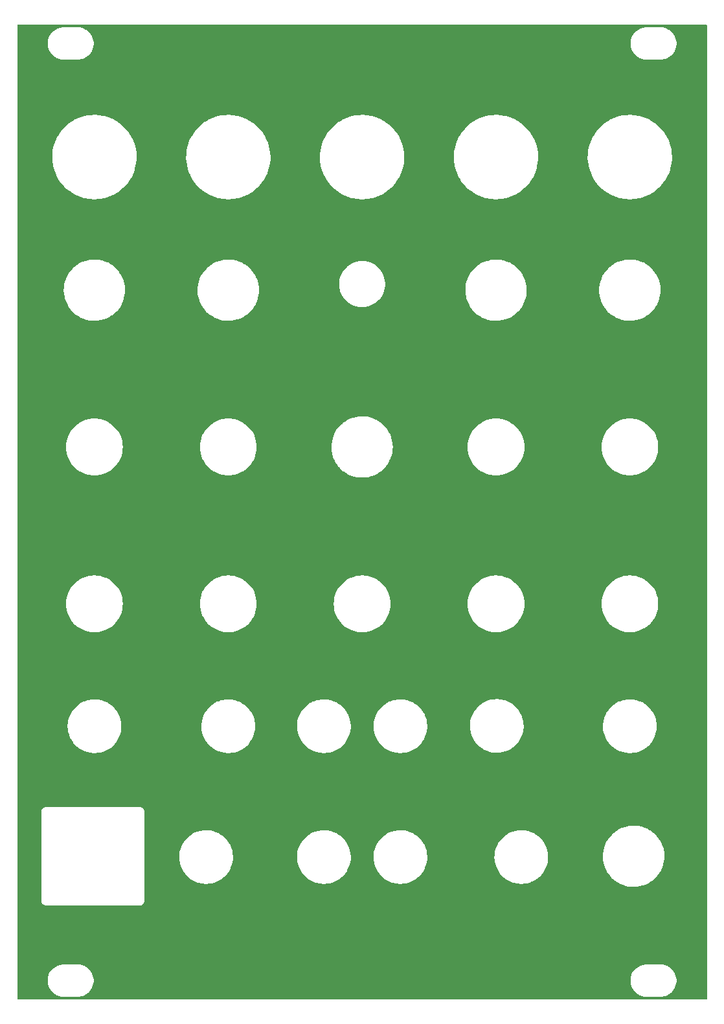
<source format=gbr>
%TF.GenerationSoftware,KiCad,Pcbnew,(6.0.8)*%
%TF.CreationDate,2022-10-20T14:54:25+01:00*%
%TF.ProjectId,Punck_Panel,50756e63-6b5f-4506-916e-656c2e6b6963,rev?*%
%TF.SameCoordinates,Original*%
%TF.FileFunction,Copper,L2,Bot*%
%TF.FilePolarity,Positive*%
%FSLAX46Y46*%
G04 Gerber Fmt 4.6, Leading zero omitted, Abs format (unit mm)*
G04 Created by KiCad (PCBNEW (6.0.8)) date 2022-10-20 14:54:25*
%MOMM*%
%LPD*%
G01*
G04 APERTURE LIST*
G04 APERTURE END LIST*
%TA.AperFunction,NonConductor*%
G36*
X160633621Y-41278502D02*
G01*
X160680114Y-41332158D01*
X160691500Y-41384500D01*
X160691500Y-168615500D01*
X160671498Y-168683621D01*
X160617842Y-168730114D01*
X160565500Y-168741500D01*
X70634500Y-168741500D01*
X70566379Y-168721498D01*
X70519886Y-168667842D01*
X70508500Y-168615500D01*
X70508500Y-166382703D01*
X74490743Y-166382703D01*
X74528268Y-166667734D01*
X74604129Y-166945036D01*
X74716923Y-167209476D01*
X74864561Y-167456161D01*
X75044313Y-167680528D01*
X75252851Y-167878423D01*
X75486317Y-168046186D01*
X75490112Y-168048195D01*
X75490113Y-168048196D01*
X75511869Y-168059715D01*
X75740392Y-168180712D01*
X76010373Y-168279511D01*
X76291264Y-168340755D01*
X76319841Y-168343004D01*
X76514282Y-168358307D01*
X76514291Y-168358307D01*
X76516739Y-168358500D01*
X78472271Y-168358500D01*
X78474407Y-168358354D01*
X78474418Y-168358354D01*
X78682548Y-168344165D01*
X78682554Y-168344164D01*
X78686825Y-168343873D01*
X78691020Y-168343004D01*
X78691022Y-168343004D01*
X78827583Y-168314724D01*
X78968342Y-168285574D01*
X79239343Y-168189607D01*
X79494812Y-168057750D01*
X79498313Y-168055289D01*
X79498317Y-168055287D01*
X79612418Y-167975095D01*
X79730023Y-167892441D01*
X79940622Y-167696740D01*
X80122713Y-167474268D01*
X80272927Y-167229142D01*
X80388483Y-166965898D01*
X80467244Y-166689406D01*
X80507751Y-166404784D01*
X80507845Y-166386951D01*
X80507867Y-166382703D01*
X150690743Y-166382703D01*
X150728268Y-166667734D01*
X150804129Y-166945036D01*
X150916923Y-167209476D01*
X151064561Y-167456161D01*
X151244313Y-167680528D01*
X151452851Y-167878423D01*
X151686317Y-168046186D01*
X151690112Y-168048195D01*
X151690113Y-168048196D01*
X151711869Y-168059715D01*
X151940392Y-168180712D01*
X152210373Y-168279511D01*
X152491264Y-168340755D01*
X152519841Y-168343004D01*
X152714282Y-168358307D01*
X152714291Y-168358307D01*
X152716739Y-168358500D01*
X154672271Y-168358500D01*
X154674407Y-168358354D01*
X154674418Y-168358354D01*
X154882548Y-168344165D01*
X154882554Y-168344164D01*
X154886825Y-168343873D01*
X154891020Y-168343004D01*
X154891022Y-168343004D01*
X155027583Y-168314724D01*
X155168342Y-168285574D01*
X155439343Y-168189607D01*
X155694812Y-168057750D01*
X155698313Y-168055289D01*
X155698317Y-168055287D01*
X155812418Y-167975095D01*
X155930023Y-167892441D01*
X156140622Y-167696740D01*
X156322713Y-167474268D01*
X156472927Y-167229142D01*
X156588483Y-166965898D01*
X156667244Y-166689406D01*
X156707751Y-166404784D01*
X156707845Y-166386951D01*
X156709235Y-166121583D01*
X156709235Y-166121576D01*
X156709257Y-166117297D01*
X156671732Y-165832266D01*
X156595871Y-165554964D01*
X156483077Y-165290524D01*
X156335439Y-165043839D01*
X156155687Y-164819472D01*
X155947149Y-164621577D01*
X155713683Y-164453814D01*
X155691843Y-164442250D01*
X155668654Y-164429972D01*
X155459608Y-164319288D01*
X155189627Y-164220489D01*
X154908736Y-164159245D01*
X154877685Y-164156801D01*
X154685718Y-164141693D01*
X154685709Y-164141693D01*
X154683261Y-164141500D01*
X152727729Y-164141500D01*
X152725593Y-164141646D01*
X152725582Y-164141646D01*
X152517452Y-164155835D01*
X152517446Y-164155836D01*
X152513175Y-164156127D01*
X152508980Y-164156996D01*
X152508978Y-164156996D01*
X152372416Y-164185277D01*
X152231658Y-164214426D01*
X151960657Y-164310393D01*
X151705188Y-164442250D01*
X151701687Y-164444711D01*
X151701683Y-164444713D01*
X151691594Y-164451804D01*
X151469977Y-164607559D01*
X151259378Y-164803260D01*
X151077287Y-165025732D01*
X150927073Y-165270858D01*
X150811517Y-165534102D01*
X150732756Y-165810594D01*
X150692249Y-166095216D01*
X150692227Y-166099505D01*
X150692226Y-166099512D01*
X150690765Y-166378417D01*
X150690743Y-166382703D01*
X80507867Y-166382703D01*
X80509235Y-166121583D01*
X80509235Y-166121576D01*
X80509257Y-166117297D01*
X80471732Y-165832266D01*
X80395871Y-165554964D01*
X80283077Y-165290524D01*
X80135439Y-165043839D01*
X79955687Y-164819472D01*
X79747149Y-164621577D01*
X79513683Y-164453814D01*
X79491843Y-164442250D01*
X79468654Y-164429972D01*
X79259608Y-164319288D01*
X78989627Y-164220489D01*
X78708736Y-164159245D01*
X78677685Y-164156801D01*
X78485718Y-164141693D01*
X78485709Y-164141693D01*
X78483261Y-164141500D01*
X76527729Y-164141500D01*
X76525593Y-164141646D01*
X76525582Y-164141646D01*
X76317452Y-164155835D01*
X76317446Y-164155836D01*
X76313175Y-164156127D01*
X76308980Y-164156996D01*
X76308978Y-164156996D01*
X76172416Y-164185277D01*
X76031658Y-164214426D01*
X75760657Y-164310393D01*
X75505188Y-164442250D01*
X75501687Y-164444711D01*
X75501683Y-164444713D01*
X75491594Y-164451804D01*
X75269977Y-164607559D01*
X75059378Y-164803260D01*
X74877287Y-165025732D01*
X74727073Y-165270858D01*
X74611517Y-165534102D01*
X74532756Y-165810594D01*
X74492249Y-166095216D01*
X74492227Y-166099505D01*
X74492226Y-166099512D01*
X74490765Y-166378417D01*
X74490743Y-166382703D01*
X70508500Y-166382703D01*
X70508500Y-155969721D01*
X73691024Y-155969721D01*
X73693491Y-155978352D01*
X73699150Y-155998153D01*
X73702728Y-156014915D01*
X73706920Y-156044187D01*
X73710634Y-156052355D01*
X73710634Y-156052356D01*
X73717548Y-156067562D01*
X73723996Y-156085086D01*
X73731051Y-156109771D01*
X73735843Y-156117365D01*
X73735844Y-156117368D01*
X73746830Y-156134780D01*
X73754969Y-156149863D01*
X73767208Y-156176782D01*
X73773069Y-156183584D01*
X73783970Y-156196235D01*
X73795073Y-156211239D01*
X73808776Y-156232958D01*
X73815501Y-156238897D01*
X73815504Y-156238901D01*
X73830938Y-156252532D01*
X73842982Y-156264724D01*
X73856427Y-156280327D01*
X73856430Y-156280329D01*
X73862287Y-156287127D01*
X73869816Y-156292007D01*
X73869817Y-156292008D01*
X73883835Y-156301094D01*
X73898709Y-156312385D01*
X73911217Y-156323431D01*
X73917951Y-156329378D01*
X73944711Y-156341942D01*
X73959691Y-156350263D01*
X73976983Y-156361471D01*
X73976988Y-156361473D01*
X73984515Y-156366352D01*
X73993108Y-156368922D01*
X73993113Y-156368924D01*
X74009120Y-156373711D01*
X74026564Y-156380372D01*
X74041676Y-156387467D01*
X74041678Y-156387468D01*
X74049800Y-156391281D01*
X74058667Y-156392662D01*
X74058668Y-156392662D01*
X74061353Y-156393080D01*
X74079017Y-156395830D01*
X74095732Y-156399613D01*
X74115466Y-156405515D01*
X74115472Y-156405516D01*
X74124066Y-156408086D01*
X74133037Y-156408141D01*
X74133038Y-156408141D01*
X74143097Y-156408202D01*
X74158506Y-156408296D01*
X74159289Y-156408329D01*
X74160386Y-156408500D01*
X74191377Y-156408500D01*
X74192147Y-156408502D01*
X74265785Y-156408952D01*
X74265786Y-156408952D01*
X74269721Y-156408976D01*
X74271065Y-156408592D01*
X74272410Y-156408500D01*
X86591377Y-156408500D01*
X86592148Y-156408502D01*
X86669721Y-156408976D01*
X86698152Y-156400850D01*
X86714915Y-156397272D01*
X86715753Y-156397152D01*
X86744187Y-156393080D01*
X86767564Y-156382451D01*
X86785087Y-156376004D01*
X86809771Y-156368949D01*
X86817365Y-156364157D01*
X86817368Y-156364156D01*
X86834780Y-156353170D01*
X86849865Y-156345030D01*
X86876782Y-156332792D01*
X86896235Y-156316030D01*
X86911239Y-156304927D01*
X86932958Y-156291224D01*
X86938897Y-156284499D01*
X86938901Y-156284496D01*
X86952532Y-156269062D01*
X86964724Y-156257018D01*
X86980327Y-156243573D01*
X86980329Y-156243570D01*
X86987127Y-156237713D01*
X87001094Y-156216165D01*
X87012385Y-156201291D01*
X87023431Y-156188783D01*
X87023432Y-156188782D01*
X87029378Y-156182049D01*
X87041943Y-156155287D01*
X87050263Y-156140309D01*
X87061471Y-156123017D01*
X87061473Y-156123012D01*
X87066352Y-156115485D01*
X87068922Y-156106892D01*
X87068924Y-156106887D01*
X87073711Y-156090880D01*
X87080372Y-156073436D01*
X87087467Y-156058324D01*
X87087468Y-156058322D01*
X87091281Y-156050200D01*
X87095830Y-156020983D01*
X87099613Y-156004268D01*
X87105515Y-155984534D01*
X87105516Y-155984528D01*
X87108086Y-155975934D01*
X87108296Y-155941494D01*
X87108329Y-155940711D01*
X87108500Y-155939614D01*
X87108500Y-155908623D01*
X87108502Y-155907853D01*
X87108952Y-155834215D01*
X87108952Y-155834214D01*
X87108976Y-155830279D01*
X87108592Y-155828935D01*
X87108500Y-155827590D01*
X87108500Y-150191972D01*
X91687724Y-150191972D01*
X91687990Y-150195313D01*
X91687990Y-150195318D01*
X91710818Y-150482168D01*
X91717384Y-150564680D01*
X91718004Y-150567975D01*
X91718004Y-150567978D01*
X91753286Y-150755596D01*
X91786482Y-150932126D01*
X91894234Y-151290149D01*
X92039422Y-151634694D01*
X92220400Y-151961861D01*
X92222321Y-151964599D01*
X92222327Y-151964609D01*
X92433197Y-152265202D01*
X92435120Y-152267943D01*
X92681149Y-152549476D01*
X92955702Y-152803270D01*
X93255670Y-153026452D01*
X93258557Y-153028156D01*
X93574764Y-153214789D01*
X93574769Y-153214792D01*
X93577655Y-153216495D01*
X93918013Y-153371246D01*
X94099521Y-153431450D01*
X94269696Y-153487895D01*
X94269703Y-153487897D01*
X94272887Y-153488953D01*
X94276172Y-153489666D01*
X94276171Y-153489666D01*
X94634981Y-153567572D01*
X94634984Y-153567572D01*
X94638261Y-153568284D01*
X94833587Y-153589331D01*
X95007477Y-153608068D01*
X95007485Y-153608069D01*
X95009995Y-153608339D01*
X95012515Y-153608407D01*
X95012527Y-153608408D01*
X95014515Y-153608461D01*
X95015945Y-153608500D01*
X95293461Y-153608500D01*
X95295127Y-153608411D01*
X95295136Y-153608411D01*
X95570022Y-153593764D01*
X95570028Y-153593763D01*
X95573357Y-153593586D01*
X95576649Y-153593056D01*
X95576656Y-153593055D01*
X95939170Y-153534665D01*
X95939171Y-153534665D01*
X95942485Y-153534131D01*
X95945725Y-153533248D01*
X95945728Y-153533247D01*
X96299960Y-153436672D01*
X96299961Y-153436672D01*
X96303206Y-153435787D01*
X96596572Y-153321114D01*
X96648303Y-153300893D01*
X96648305Y-153300892D01*
X96651434Y-153299669D01*
X96983226Y-153127317D01*
X97284181Y-152927741D01*
X97292036Y-152922532D01*
X97292038Y-152922531D01*
X97294824Y-152920683D01*
X97582700Y-152682108D01*
X97843595Y-152414292D01*
X97956574Y-152270464D01*
X98072481Y-152122907D01*
X98072482Y-152122905D01*
X98074553Y-152120269D01*
X98195746Y-151926696D01*
X98271178Y-151806214D01*
X98271180Y-151806211D01*
X98272959Y-151803369D01*
X98357567Y-151629512D01*
X98435099Y-151470194D01*
X98435101Y-151470190D01*
X98436566Y-151467179D01*
X98563523Y-151115507D01*
X98652390Y-150752336D01*
X98702163Y-150381777D01*
X98707299Y-150191972D01*
X107087724Y-150191972D01*
X107087990Y-150195313D01*
X107087990Y-150195318D01*
X107110818Y-150482168D01*
X107117384Y-150564680D01*
X107118004Y-150567975D01*
X107118004Y-150567978D01*
X107153286Y-150755596D01*
X107186482Y-150932126D01*
X107294234Y-151290149D01*
X107439422Y-151634694D01*
X107620400Y-151961861D01*
X107622321Y-151964599D01*
X107622327Y-151964609D01*
X107833197Y-152265202D01*
X107835120Y-152267943D01*
X108081149Y-152549476D01*
X108355702Y-152803270D01*
X108655670Y-153026452D01*
X108658557Y-153028156D01*
X108974764Y-153214789D01*
X108974769Y-153214792D01*
X108977655Y-153216495D01*
X109318013Y-153371246D01*
X109499521Y-153431450D01*
X109669696Y-153487895D01*
X109669703Y-153487897D01*
X109672887Y-153488953D01*
X109676172Y-153489666D01*
X109676171Y-153489666D01*
X110034981Y-153567572D01*
X110034984Y-153567572D01*
X110038261Y-153568284D01*
X110233587Y-153589331D01*
X110407477Y-153608068D01*
X110407485Y-153608069D01*
X110409995Y-153608339D01*
X110412515Y-153608407D01*
X110412527Y-153608408D01*
X110414515Y-153608461D01*
X110415945Y-153608500D01*
X110693461Y-153608500D01*
X110695127Y-153608411D01*
X110695136Y-153608411D01*
X110970022Y-153593764D01*
X110970028Y-153593763D01*
X110973357Y-153593586D01*
X110976649Y-153593056D01*
X110976656Y-153593055D01*
X111339170Y-153534665D01*
X111339171Y-153534665D01*
X111342485Y-153534131D01*
X111345725Y-153533248D01*
X111345728Y-153533247D01*
X111699960Y-153436672D01*
X111699961Y-153436672D01*
X111703206Y-153435787D01*
X111996572Y-153321114D01*
X112048303Y-153300893D01*
X112048305Y-153300892D01*
X112051434Y-153299669D01*
X112383226Y-153127317D01*
X112684181Y-152927741D01*
X112692036Y-152922532D01*
X112692038Y-152922531D01*
X112694824Y-152920683D01*
X112982700Y-152682108D01*
X113243595Y-152414292D01*
X113356574Y-152270464D01*
X113472481Y-152122907D01*
X113472482Y-152122905D01*
X113474553Y-152120269D01*
X113595746Y-151926696D01*
X113671178Y-151806214D01*
X113671180Y-151806211D01*
X113672959Y-151803369D01*
X113757567Y-151629512D01*
X113835099Y-151470194D01*
X113835101Y-151470190D01*
X113836566Y-151467179D01*
X113963523Y-151115507D01*
X114052390Y-150752336D01*
X114102163Y-150381777D01*
X114107299Y-150191972D01*
X117087724Y-150191972D01*
X117087990Y-150195313D01*
X117087990Y-150195318D01*
X117110818Y-150482168D01*
X117117384Y-150564680D01*
X117118004Y-150567975D01*
X117118004Y-150567978D01*
X117153286Y-150755596D01*
X117186482Y-150932126D01*
X117294234Y-151290149D01*
X117439422Y-151634694D01*
X117620400Y-151961861D01*
X117622321Y-151964599D01*
X117622327Y-151964609D01*
X117833197Y-152265202D01*
X117835120Y-152267943D01*
X118081149Y-152549476D01*
X118355702Y-152803270D01*
X118655670Y-153026452D01*
X118658557Y-153028156D01*
X118974764Y-153214789D01*
X118974769Y-153214792D01*
X118977655Y-153216495D01*
X119318013Y-153371246D01*
X119499521Y-153431450D01*
X119669696Y-153487895D01*
X119669703Y-153487897D01*
X119672887Y-153488953D01*
X119676172Y-153489666D01*
X119676171Y-153489666D01*
X120034981Y-153567572D01*
X120034984Y-153567572D01*
X120038261Y-153568284D01*
X120233587Y-153589331D01*
X120407477Y-153608068D01*
X120407485Y-153608069D01*
X120409995Y-153608339D01*
X120412515Y-153608407D01*
X120412527Y-153608408D01*
X120414515Y-153608461D01*
X120415945Y-153608500D01*
X120693461Y-153608500D01*
X120695127Y-153608411D01*
X120695136Y-153608411D01*
X120970022Y-153593764D01*
X120970028Y-153593763D01*
X120973357Y-153593586D01*
X120976649Y-153593056D01*
X120976656Y-153593055D01*
X121339170Y-153534665D01*
X121339171Y-153534665D01*
X121342485Y-153534131D01*
X121345725Y-153533248D01*
X121345728Y-153533247D01*
X121699960Y-153436672D01*
X121699961Y-153436672D01*
X121703206Y-153435787D01*
X121996572Y-153321114D01*
X122048303Y-153300893D01*
X122048305Y-153300892D01*
X122051434Y-153299669D01*
X122383226Y-153127317D01*
X122684181Y-152927741D01*
X122692036Y-152922532D01*
X122692038Y-152922531D01*
X122694824Y-152920683D01*
X122982700Y-152682108D01*
X123243595Y-152414292D01*
X123356574Y-152270464D01*
X123472481Y-152122907D01*
X123472482Y-152122905D01*
X123474553Y-152120269D01*
X123595746Y-151926696D01*
X123671178Y-151806214D01*
X123671180Y-151806211D01*
X123672959Y-151803369D01*
X123757567Y-151629512D01*
X123835099Y-151470194D01*
X123835101Y-151470190D01*
X123836566Y-151467179D01*
X123963523Y-151115507D01*
X124052390Y-150752336D01*
X124102163Y-150381777D01*
X124107299Y-150191972D01*
X132887724Y-150191972D01*
X132887990Y-150195313D01*
X132887990Y-150195318D01*
X132910818Y-150482168D01*
X132917384Y-150564680D01*
X132918004Y-150567975D01*
X132918004Y-150567978D01*
X132953286Y-150755596D01*
X132986482Y-150932126D01*
X133094234Y-151290149D01*
X133239422Y-151634694D01*
X133420400Y-151961861D01*
X133422321Y-151964599D01*
X133422327Y-151964609D01*
X133633197Y-152265202D01*
X133635120Y-152267943D01*
X133881149Y-152549476D01*
X134155702Y-152803270D01*
X134455670Y-153026452D01*
X134458557Y-153028156D01*
X134774764Y-153214789D01*
X134774769Y-153214792D01*
X134777655Y-153216495D01*
X135118013Y-153371246D01*
X135299521Y-153431450D01*
X135469696Y-153487895D01*
X135469703Y-153487897D01*
X135472887Y-153488953D01*
X135476172Y-153489666D01*
X135476171Y-153489666D01*
X135834981Y-153567572D01*
X135834984Y-153567572D01*
X135838261Y-153568284D01*
X136033587Y-153589331D01*
X136207477Y-153608068D01*
X136207485Y-153608069D01*
X136209995Y-153608339D01*
X136212515Y-153608407D01*
X136212527Y-153608408D01*
X136214515Y-153608461D01*
X136215945Y-153608500D01*
X136493461Y-153608500D01*
X136495127Y-153608411D01*
X136495136Y-153608411D01*
X136770022Y-153593764D01*
X136770028Y-153593763D01*
X136773357Y-153593586D01*
X136776649Y-153593056D01*
X136776656Y-153593055D01*
X137139170Y-153534665D01*
X137139171Y-153534665D01*
X137142485Y-153534131D01*
X137145725Y-153533248D01*
X137145728Y-153533247D01*
X137499960Y-153436672D01*
X137499961Y-153436672D01*
X137503206Y-153435787D01*
X137796572Y-153321114D01*
X137848303Y-153300893D01*
X137848305Y-153300892D01*
X137851434Y-153299669D01*
X138183226Y-153127317D01*
X138484181Y-152927741D01*
X138492036Y-152922532D01*
X138492038Y-152922531D01*
X138494824Y-152920683D01*
X138782700Y-152682108D01*
X139043595Y-152414292D01*
X139156574Y-152270464D01*
X139272481Y-152122907D01*
X139272482Y-152122905D01*
X139274553Y-152120269D01*
X139395746Y-151926696D01*
X139471178Y-151806214D01*
X139471180Y-151806211D01*
X139472959Y-151803369D01*
X139557567Y-151629512D01*
X139635099Y-151470194D01*
X139635101Y-151470190D01*
X139636566Y-151467179D01*
X139763523Y-151115507D01*
X139852390Y-150752336D01*
X139902163Y-150381777D01*
X139910219Y-150084052D01*
X147087391Y-150084052D01*
X147087612Y-150087171D01*
X147087612Y-150087178D01*
X147103735Y-150314895D01*
X147115579Y-150482168D01*
X147183169Y-150875515D01*
X147184001Y-150878524D01*
X147184002Y-150878530D01*
X147244241Y-151096484D01*
X147289491Y-151260205D01*
X147290614Y-151263107D01*
X147290617Y-151263117D01*
X147372390Y-151474487D01*
X147433495Y-151632433D01*
X147434908Y-151635224D01*
X147434911Y-151635231D01*
X147518499Y-151800348D01*
X147613757Y-151988518D01*
X147615436Y-151991148D01*
X147615442Y-151991159D01*
X147741363Y-152188434D01*
X147828494Y-152324939D01*
X147830423Y-152327386D01*
X147830428Y-152327393D01*
X147975769Y-152511756D01*
X148075582Y-152638368D01*
X148077757Y-152640624D01*
X148077762Y-152640630D01*
X148202283Y-152769800D01*
X148352578Y-152925708D01*
X148354971Y-152927741D01*
X148654348Y-153182081D01*
X148654357Y-153182088D01*
X148656743Y-153184115D01*
X148659323Y-153185898D01*
X148982497Y-153409258D01*
X148982506Y-153409263D01*
X148985069Y-153411035D01*
X148987804Y-153412548D01*
X148987809Y-153412551D01*
X149124014Y-153487895D01*
X149334309Y-153604224D01*
X149337178Y-153605457D01*
X149337189Y-153605462D01*
X149698142Y-153760539D01*
X149701010Y-153761771D01*
X149703987Y-153762712D01*
X149703991Y-153762714D01*
X149834707Y-153804054D01*
X150081545Y-153882118D01*
X150472152Y-153964076D01*
X150475269Y-153964412D01*
X150475270Y-153964412D01*
X150866516Y-154006570D01*
X150866519Y-154006570D01*
X150868967Y-154006834D01*
X150871430Y-154006905D01*
X150871431Y-154006905D01*
X150874681Y-154006999D01*
X150926803Y-154008500D01*
X151200217Y-154008500D01*
X151201780Y-154008422D01*
X151201788Y-154008422D01*
X151299009Y-154003582D01*
X151498619Y-153993645D01*
X151501704Y-153993181D01*
X151501706Y-153993181D01*
X151890203Y-153934773D01*
X151893296Y-153934308D01*
X151896332Y-153933537D01*
X152277085Y-153836838D01*
X152277088Y-153836837D01*
X152280128Y-153836065D01*
X152283076Y-153834995D01*
X152652352Y-153700955D01*
X152652362Y-153700951D01*
X152655290Y-153699888D01*
X153015071Y-153527123D01*
X153355915Y-153319479D01*
X153492332Y-153216495D01*
X153671957Y-153080892D01*
X153671960Y-153080890D01*
X153674451Y-153079009D01*
X153676733Y-153076899D01*
X153676742Y-153076892D01*
X153965231Y-152810214D01*
X153967528Y-152808091D01*
X154081309Y-152679712D01*
X154120137Y-152635902D01*
X154232249Y-152509405D01*
X154465995Y-152185903D01*
X154666455Y-151840785D01*
X154760160Y-151634694D01*
X154830349Y-151480321D01*
X154831648Y-151477464D01*
X154835140Y-151467179D01*
X154958931Y-151102499D01*
X154958932Y-151102496D01*
X154959938Y-151099532D01*
X154960642Y-151096494D01*
X154960645Y-151096484D01*
X155049353Y-150713770D01*
X155049353Y-150713768D01*
X155050058Y-150710728D01*
X155101117Y-150314895D01*
X155112609Y-149915948D01*
X155105927Y-149821564D01*
X155084643Y-149520968D01*
X155084421Y-149517832D01*
X155016831Y-149124485D01*
X155006679Y-149087751D01*
X154911341Y-148742806D01*
X154910509Y-148739795D01*
X154909386Y-148736893D01*
X154909383Y-148736883D01*
X154767635Y-148370488D01*
X154766505Y-148367567D01*
X154586243Y-148011482D01*
X154584564Y-148008852D01*
X154584558Y-148008841D01*
X154373187Y-147677695D01*
X154371506Y-147675061D01*
X154369577Y-147672614D01*
X154369572Y-147672607D01*
X154126362Y-147364098D01*
X154124418Y-147361632D01*
X154122243Y-147359376D01*
X154122238Y-147359370D01*
X153997717Y-147230200D01*
X153847422Y-147074292D01*
X153666975Y-146920991D01*
X153545652Y-146817919D01*
X153545643Y-146817912D01*
X153543257Y-146815885D01*
X153391569Y-146711047D01*
X153217503Y-146590742D01*
X153217494Y-146590737D01*
X153214931Y-146588965D01*
X153212196Y-146587452D01*
X153212191Y-146587449D01*
X153002618Y-146471520D01*
X152865691Y-146395776D01*
X152862822Y-146394543D01*
X152862811Y-146394538D01*
X152501858Y-146239461D01*
X152501855Y-146239460D01*
X152498990Y-146238229D01*
X152496013Y-146237288D01*
X152496009Y-146237286D01*
X152365293Y-146195946D01*
X152118455Y-146117882D01*
X151727848Y-146035924D01*
X151724730Y-146035588D01*
X151333484Y-145993430D01*
X151333481Y-145993430D01*
X151331033Y-145993166D01*
X151328570Y-145993095D01*
X151328569Y-145993095D01*
X151325319Y-145993001D01*
X151273197Y-145991500D01*
X150999783Y-145991500D01*
X150998220Y-145991578D01*
X150998212Y-145991578D01*
X150900991Y-145996418D01*
X150701381Y-146006355D01*
X150698296Y-146006819D01*
X150698294Y-146006819D01*
X150346720Y-146059676D01*
X150306704Y-146065692D01*
X150303669Y-146066463D01*
X150303668Y-146066463D01*
X149922915Y-146163162D01*
X149922912Y-146163163D01*
X149919872Y-146163935D01*
X149916925Y-146165005D01*
X149916924Y-146165005D01*
X149547648Y-146299045D01*
X149547638Y-146299049D01*
X149544710Y-146300112D01*
X149184929Y-146472877D01*
X148844085Y-146680521D01*
X148841575Y-146682416D01*
X148664777Y-146815885D01*
X148525549Y-146920991D01*
X148523267Y-146923101D01*
X148523258Y-146923108D01*
X148357265Y-147076551D01*
X148232472Y-147191909D01*
X148230400Y-147194247D01*
X148230395Y-147194252D01*
X148153111Y-147281452D01*
X147967751Y-147490595D01*
X147734005Y-147814097D01*
X147533545Y-148159215D01*
X147532255Y-148162052D01*
X147532253Y-148162056D01*
X147437484Y-148370488D01*
X147368352Y-148522536D01*
X147367344Y-148525505D01*
X147367341Y-148525513D01*
X147241069Y-148897501D01*
X147240062Y-148900468D01*
X147239358Y-148903506D01*
X147239355Y-148903516D01*
X147150647Y-149286230D01*
X147149942Y-149289272D01*
X147098883Y-149685105D01*
X147087391Y-150084052D01*
X139910219Y-150084052D01*
X139912276Y-150008028D01*
X139905197Y-149919074D01*
X139882883Y-149638669D01*
X139882882Y-149638660D01*
X139882616Y-149635320D01*
X139861112Y-149520968D01*
X139814136Y-149271158D01*
X139814134Y-149271150D01*
X139813518Y-149267874D01*
X139705766Y-148909851D01*
X139560578Y-148565306D01*
X139379600Y-148238139D01*
X139377679Y-148235401D01*
X139377673Y-148235391D01*
X139166803Y-147934798D01*
X139166802Y-147934796D01*
X139164880Y-147932057D01*
X138918851Y-147650524D01*
X138644298Y-147396730D01*
X138344330Y-147173548D01*
X138341443Y-147171844D01*
X138025236Y-146985211D01*
X138025231Y-146985208D01*
X138022345Y-146983505D01*
X137681987Y-146828754D01*
X137484735Y-146763328D01*
X137330304Y-146712105D01*
X137330297Y-146712103D01*
X137327113Y-146711047D01*
X137266295Y-146697842D01*
X136965019Y-146632428D01*
X136965016Y-146632428D01*
X136961739Y-146631716D01*
X136725270Y-146606236D01*
X136592523Y-146591932D01*
X136592515Y-146591931D01*
X136590005Y-146591661D01*
X136587485Y-146591593D01*
X136587473Y-146591592D01*
X136585485Y-146591539D01*
X136584055Y-146591500D01*
X136306539Y-146591500D01*
X136304873Y-146591589D01*
X136304864Y-146591589D01*
X136029978Y-146606236D01*
X136029972Y-146606237D01*
X136026643Y-146606414D01*
X136023351Y-146606944D01*
X136023344Y-146606945D01*
X135660830Y-146665335D01*
X135657515Y-146665869D01*
X135654275Y-146666752D01*
X135654272Y-146666753D01*
X135300040Y-146763328D01*
X135296794Y-146764213D01*
X134948566Y-146900331D01*
X134616774Y-147072683D01*
X134613986Y-147074532D01*
X134433452Y-147194252D01*
X134305176Y-147279317D01*
X134017300Y-147517892D01*
X133756405Y-147785708D01*
X133754338Y-147788340D01*
X133754334Y-147788344D01*
X133641446Y-147932057D01*
X133525447Y-148079731D01*
X133473905Y-148162056D01*
X133345238Y-148367567D01*
X133327041Y-148396631D01*
X133163434Y-148732821D01*
X133036477Y-149084493D01*
X132947610Y-149447664D01*
X132897837Y-149818223D01*
X132887724Y-150191972D01*
X124107299Y-150191972D01*
X124112276Y-150008028D01*
X124105197Y-149919074D01*
X124082883Y-149638669D01*
X124082882Y-149638660D01*
X124082616Y-149635320D01*
X124061112Y-149520968D01*
X124014136Y-149271158D01*
X124014134Y-149271150D01*
X124013518Y-149267874D01*
X123905766Y-148909851D01*
X123760578Y-148565306D01*
X123579600Y-148238139D01*
X123577679Y-148235401D01*
X123577673Y-148235391D01*
X123366803Y-147934798D01*
X123366802Y-147934796D01*
X123364880Y-147932057D01*
X123118851Y-147650524D01*
X122844298Y-147396730D01*
X122544330Y-147173548D01*
X122541443Y-147171844D01*
X122225236Y-146985211D01*
X122225231Y-146985208D01*
X122222345Y-146983505D01*
X121881987Y-146828754D01*
X121684735Y-146763328D01*
X121530304Y-146712105D01*
X121530297Y-146712103D01*
X121527113Y-146711047D01*
X121466295Y-146697842D01*
X121165019Y-146632428D01*
X121165016Y-146632428D01*
X121161739Y-146631716D01*
X120925270Y-146606236D01*
X120792523Y-146591932D01*
X120792515Y-146591931D01*
X120790005Y-146591661D01*
X120787485Y-146591593D01*
X120787473Y-146591592D01*
X120785485Y-146591539D01*
X120784055Y-146591500D01*
X120506539Y-146591500D01*
X120504873Y-146591589D01*
X120504864Y-146591589D01*
X120229978Y-146606236D01*
X120229972Y-146606237D01*
X120226643Y-146606414D01*
X120223351Y-146606944D01*
X120223344Y-146606945D01*
X119860830Y-146665335D01*
X119857515Y-146665869D01*
X119854275Y-146666752D01*
X119854272Y-146666753D01*
X119500040Y-146763328D01*
X119496794Y-146764213D01*
X119148566Y-146900331D01*
X118816774Y-147072683D01*
X118813986Y-147074532D01*
X118633452Y-147194252D01*
X118505176Y-147279317D01*
X118217300Y-147517892D01*
X117956405Y-147785708D01*
X117954338Y-147788340D01*
X117954334Y-147788344D01*
X117841446Y-147932057D01*
X117725447Y-148079731D01*
X117673905Y-148162056D01*
X117545238Y-148367567D01*
X117527041Y-148396631D01*
X117363434Y-148732821D01*
X117236477Y-149084493D01*
X117147610Y-149447664D01*
X117097837Y-149818223D01*
X117087724Y-150191972D01*
X114107299Y-150191972D01*
X114112276Y-150008028D01*
X114105197Y-149919074D01*
X114082883Y-149638669D01*
X114082882Y-149638660D01*
X114082616Y-149635320D01*
X114061112Y-149520968D01*
X114014136Y-149271158D01*
X114014134Y-149271150D01*
X114013518Y-149267874D01*
X113905766Y-148909851D01*
X113760578Y-148565306D01*
X113579600Y-148238139D01*
X113577679Y-148235401D01*
X113577673Y-148235391D01*
X113366803Y-147934798D01*
X113366802Y-147934796D01*
X113364880Y-147932057D01*
X113118851Y-147650524D01*
X112844298Y-147396730D01*
X112544330Y-147173548D01*
X112541443Y-147171844D01*
X112225236Y-146985211D01*
X112225231Y-146985208D01*
X112222345Y-146983505D01*
X111881987Y-146828754D01*
X111684735Y-146763328D01*
X111530304Y-146712105D01*
X111530297Y-146712103D01*
X111527113Y-146711047D01*
X111466295Y-146697842D01*
X111165019Y-146632428D01*
X111165016Y-146632428D01*
X111161739Y-146631716D01*
X110925270Y-146606236D01*
X110792523Y-146591932D01*
X110792515Y-146591931D01*
X110790005Y-146591661D01*
X110787485Y-146591593D01*
X110787473Y-146591592D01*
X110785485Y-146591539D01*
X110784055Y-146591500D01*
X110506539Y-146591500D01*
X110504873Y-146591589D01*
X110504864Y-146591589D01*
X110229978Y-146606236D01*
X110229972Y-146606237D01*
X110226643Y-146606414D01*
X110223351Y-146606944D01*
X110223344Y-146606945D01*
X109860830Y-146665335D01*
X109857515Y-146665869D01*
X109854275Y-146666752D01*
X109854272Y-146666753D01*
X109500040Y-146763328D01*
X109496794Y-146764213D01*
X109148566Y-146900331D01*
X108816774Y-147072683D01*
X108813986Y-147074532D01*
X108633452Y-147194252D01*
X108505176Y-147279317D01*
X108217300Y-147517892D01*
X107956405Y-147785708D01*
X107954338Y-147788340D01*
X107954334Y-147788344D01*
X107841446Y-147932057D01*
X107725447Y-148079731D01*
X107673905Y-148162056D01*
X107545238Y-148367567D01*
X107527041Y-148396631D01*
X107363434Y-148732821D01*
X107236477Y-149084493D01*
X107147610Y-149447664D01*
X107097837Y-149818223D01*
X107087724Y-150191972D01*
X98707299Y-150191972D01*
X98712276Y-150008028D01*
X98705197Y-149919074D01*
X98682883Y-149638669D01*
X98682882Y-149638660D01*
X98682616Y-149635320D01*
X98661112Y-149520968D01*
X98614136Y-149271158D01*
X98614134Y-149271150D01*
X98613518Y-149267874D01*
X98505766Y-148909851D01*
X98360578Y-148565306D01*
X98179600Y-148238139D01*
X98177679Y-148235401D01*
X98177673Y-148235391D01*
X97966803Y-147934798D01*
X97966802Y-147934796D01*
X97964880Y-147932057D01*
X97718851Y-147650524D01*
X97444298Y-147396730D01*
X97144330Y-147173548D01*
X97141443Y-147171844D01*
X96825236Y-146985211D01*
X96825231Y-146985208D01*
X96822345Y-146983505D01*
X96481987Y-146828754D01*
X96284735Y-146763328D01*
X96130304Y-146712105D01*
X96130297Y-146712103D01*
X96127113Y-146711047D01*
X96066295Y-146697842D01*
X95765019Y-146632428D01*
X95765016Y-146632428D01*
X95761739Y-146631716D01*
X95525270Y-146606236D01*
X95392523Y-146591932D01*
X95392515Y-146591931D01*
X95390005Y-146591661D01*
X95387485Y-146591593D01*
X95387473Y-146591592D01*
X95385485Y-146591539D01*
X95384055Y-146591500D01*
X95106539Y-146591500D01*
X95104873Y-146591589D01*
X95104864Y-146591589D01*
X94829978Y-146606236D01*
X94829972Y-146606237D01*
X94826643Y-146606414D01*
X94823351Y-146606944D01*
X94823344Y-146606945D01*
X94460830Y-146665335D01*
X94457515Y-146665869D01*
X94454275Y-146666752D01*
X94454272Y-146666753D01*
X94100040Y-146763328D01*
X94096794Y-146764213D01*
X93748566Y-146900331D01*
X93416774Y-147072683D01*
X93413986Y-147074532D01*
X93233452Y-147194252D01*
X93105176Y-147279317D01*
X92817300Y-147517892D01*
X92556405Y-147785708D01*
X92554338Y-147788340D01*
X92554334Y-147788344D01*
X92441446Y-147932057D01*
X92325447Y-148079731D01*
X92273905Y-148162056D01*
X92145238Y-148367567D01*
X92127041Y-148396631D01*
X91963434Y-148732821D01*
X91836477Y-149084493D01*
X91747610Y-149447664D01*
X91697837Y-149818223D01*
X91687724Y-150191972D01*
X87108500Y-150191972D01*
X87108500Y-144108623D01*
X87108502Y-144107853D01*
X87108800Y-144059102D01*
X87108976Y-144030279D01*
X87100850Y-144001847D01*
X87097272Y-143985085D01*
X87094352Y-143964698D01*
X87093080Y-143955813D01*
X87082451Y-143932436D01*
X87076004Y-143914913D01*
X87071416Y-143898862D01*
X87068949Y-143890229D01*
X87064156Y-143882632D01*
X87053170Y-143865220D01*
X87045030Y-143850135D01*
X87042564Y-143844711D01*
X87032792Y-143823218D01*
X87016030Y-143803765D01*
X87004927Y-143788761D01*
X86991224Y-143767042D01*
X86984499Y-143761103D01*
X86984496Y-143761099D01*
X86969062Y-143747468D01*
X86957018Y-143735276D01*
X86943573Y-143719673D01*
X86943570Y-143719671D01*
X86937713Y-143712873D01*
X86924009Y-143703990D01*
X86916165Y-143698906D01*
X86901291Y-143687615D01*
X86888783Y-143676569D01*
X86888782Y-143676568D01*
X86882049Y-143670622D01*
X86855287Y-143658057D01*
X86840309Y-143649737D01*
X86823017Y-143638529D01*
X86823012Y-143638527D01*
X86815485Y-143633648D01*
X86806892Y-143631078D01*
X86806887Y-143631076D01*
X86790880Y-143626289D01*
X86773436Y-143619628D01*
X86758324Y-143612533D01*
X86758322Y-143612532D01*
X86750200Y-143608719D01*
X86741333Y-143607338D01*
X86741332Y-143607338D01*
X86730478Y-143605648D01*
X86720983Y-143604170D01*
X86704268Y-143600387D01*
X86684534Y-143594485D01*
X86684528Y-143594484D01*
X86675934Y-143591914D01*
X86666963Y-143591859D01*
X86666962Y-143591859D01*
X86656903Y-143591798D01*
X86641494Y-143591704D01*
X86640711Y-143591671D01*
X86639614Y-143591500D01*
X86608623Y-143591500D01*
X86607853Y-143591498D01*
X86534215Y-143591048D01*
X86534214Y-143591048D01*
X86530279Y-143591024D01*
X86528935Y-143591408D01*
X86527590Y-143591500D01*
X74208623Y-143591500D01*
X74207853Y-143591498D01*
X74207037Y-143591493D01*
X74130279Y-143591024D01*
X74107918Y-143597415D01*
X74101847Y-143599150D01*
X74085085Y-143602728D01*
X74055813Y-143606920D01*
X74047645Y-143610634D01*
X74047644Y-143610634D01*
X74032438Y-143617548D01*
X74014914Y-143623996D01*
X73990229Y-143631051D01*
X73982635Y-143635843D01*
X73982632Y-143635844D01*
X73965220Y-143646830D01*
X73950137Y-143654969D01*
X73923218Y-143667208D01*
X73916416Y-143673069D01*
X73903765Y-143683970D01*
X73888761Y-143695073D01*
X73867042Y-143708776D01*
X73861103Y-143715501D01*
X73861099Y-143715504D01*
X73847468Y-143730938D01*
X73835276Y-143742982D01*
X73819673Y-143756427D01*
X73819671Y-143756430D01*
X73812873Y-143762287D01*
X73807993Y-143769816D01*
X73807992Y-143769817D01*
X73798906Y-143783835D01*
X73787615Y-143798709D01*
X73776569Y-143811217D01*
X73770622Y-143817951D01*
X73764312Y-143831391D01*
X73758058Y-143844711D01*
X73749737Y-143859691D01*
X73738529Y-143876983D01*
X73738527Y-143876988D01*
X73733648Y-143884515D01*
X73731078Y-143893108D01*
X73731076Y-143893113D01*
X73726289Y-143909120D01*
X73719628Y-143926564D01*
X73712533Y-143941676D01*
X73708719Y-143949800D01*
X73707338Y-143958667D01*
X73707338Y-143958668D01*
X73704170Y-143979015D01*
X73700387Y-143995732D01*
X73694485Y-144015466D01*
X73694484Y-144015472D01*
X73691914Y-144024066D01*
X73691859Y-144033037D01*
X73691859Y-144033038D01*
X73691704Y-144058497D01*
X73691671Y-144059289D01*
X73691500Y-144060386D01*
X73691500Y-144091377D01*
X73691498Y-144092147D01*
X73691024Y-144169721D01*
X73691408Y-144171065D01*
X73691500Y-144172410D01*
X73691500Y-155891377D01*
X73691498Y-155892147D01*
X73691024Y-155969721D01*
X70508500Y-155969721D01*
X70508500Y-133091972D01*
X77087724Y-133091972D01*
X77087990Y-133095313D01*
X77087990Y-133095318D01*
X77115164Y-133436778D01*
X77117384Y-133464680D01*
X77118004Y-133467975D01*
X77118004Y-133467978D01*
X77180615Y-133800926D01*
X77186482Y-133832126D01*
X77294234Y-134190149D01*
X77295536Y-134193238D01*
X77426275Y-134503494D01*
X77439422Y-134534694D01*
X77620400Y-134861861D01*
X77622321Y-134864599D01*
X77622327Y-134864609D01*
X77811310Y-135134002D01*
X77835120Y-135167943D01*
X78081149Y-135449476D01*
X78355702Y-135703270D01*
X78655670Y-135926452D01*
X78658557Y-135928156D01*
X78974764Y-136114789D01*
X78974769Y-136114792D01*
X78977655Y-136116495D01*
X79318013Y-136271246D01*
X79418533Y-136304587D01*
X79669696Y-136387895D01*
X79669703Y-136387897D01*
X79672887Y-136388953D01*
X79676172Y-136389666D01*
X79676171Y-136389666D01*
X80034981Y-136467572D01*
X80034984Y-136467572D01*
X80038261Y-136468284D01*
X80233587Y-136489331D01*
X80407477Y-136508068D01*
X80407485Y-136508069D01*
X80409995Y-136508339D01*
X80412515Y-136508407D01*
X80412527Y-136508408D01*
X80414515Y-136508461D01*
X80415945Y-136508500D01*
X80693461Y-136508500D01*
X80695127Y-136508411D01*
X80695136Y-136508411D01*
X80970022Y-136493764D01*
X80970028Y-136493763D01*
X80973357Y-136493586D01*
X80976649Y-136493056D01*
X80976656Y-136493055D01*
X81339170Y-136434665D01*
X81339171Y-136434665D01*
X81342485Y-136434131D01*
X81345725Y-136433248D01*
X81345728Y-136433247D01*
X81699960Y-136336672D01*
X81699961Y-136336672D01*
X81703206Y-136335787D01*
X82051434Y-136199669D01*
X82214835Y-136114789D01*
X82380256Y-136028860D01*
X82380259Y-136028858D01*
X82383226Y-136027317D01*
X82694824Y-135820683D01*
X82982700Y-135582108D01*
X83243595Y-135314292D01*
X83356574Y-135170464D01*
X83472481Y-135022907D01*
X83472482Y-135022905D01*
X83474553Y-135020269D01*
X83672959Y-134703369D01*
X83836566Y-134367179D01*
X83963523Y-134015507D01*
X84052390Y-133652336D01*
X84078046Y-133461331D01*
X84101719Y-133285086D01*
X84101720Y-133285077D01*
X84102163Y-133281777D01*
X84107299Y-133091972D01*
X94587724Y-133091972D01*
X94587990Y-133095313D01*
X94587990Y-133095318D01*
X94615164Y-133436778D01*
X94617384Y-133464680D01*
X94618004Y-133467975D01*
X94618004Y-133467978D01*
X94680615Y-133800926D01*
X94686482Y-133832126D01*
X94794234Y-134190149D01*
X94795536Y-134193238D01*
X94926275Y-134503494D01*
X94939422Y-134534694D01*
X95120400Y-134861861D01*
X95122321Y-134864599D01*
X95122327Y-134864609D01*
X95311310Y-135134002D01*
X95335120Y-135167943D01*
X95581149Y-135449476D01*
X95855702Y-135703270D01*
X96155670Y-135926452D01*
X96158557Y-135928156D01*
X96474764Y-136114789D01*
X96474769Y-136114792D01*
X96477655Y-136116495D01*
X96818013Y-136271246D01*
X96918533Y-136304587D01*
X97169696Y-136387895D01*
X97169703Y-136387897D01*
X97172887Y-136388953D01*
X97176172Y-136389666D01*
X97176171Y-136389666D01*
X97534981Y-136467572D01*
X97534984Y-136467572D01*
X97538261Y-136468284D01*
X97733587Y-136489331D01*
X97907477Y-136508068D01*
X97907485Y-136508069D01*
X97909995Y-136508339D01*
X97912515Y-136508407D01*
X97912527Y-136508408D01*
X97914515Y-136508461D01*
X97915945Y-136508500D01*
X98193461Y-136508500D01*
X98195127Y-136508411D01*
X98195136Y-136508411D01*
X98470022Y-136493764D01*
X98470028Y-136493763D01*
X98473357Y-136493586D01*
X98476649Y-136493056D01*
X98476656Y-136493055D01*
X98839170Y-136434665D01*
X98839171Y-136434665D01*
X98842485Y-136434131D01*
X98845725Y-136433248D01*
X98845728Y-136433247D01*
X99199960Y-136336672D01*
X99199961Y-136336672D01*
X99203206Y-136335787D01*
X99551434Y-136199669D01*
X99714835Y-136114789D01*
X99880256Y-136028860D01*
X99880259Y-136028858D01*
X99883226Y-136027317D01*
X100194824Y-135820683D01*
X100482700Y-135582108D01*
X100743595Y-135314292D01*
X100856574Y-135170464D01*
X100972481Y-135022907D01*
X100972482Y-135022905D01*
X100974553Y-135020269D01*
X101172959Y-134703369D01*
X101336566Y-134367179D01*
X101463523Y-134015507D01*
X101552390Y-133652336D01*
X101578046Y-133461331D01*
X101601719Y-133285086D01*
X101601720Y-133285077D01*
X101602163Y-133281777D01*
X101607299Y-133091972D01*
X107087724Y-133091972D01*
X107087990Y-133095313D01*
X107087990Y-133095318D01*
X107115164Y-133436778D01*
X107117384Y-133464680D01*
X107118004Y-133467975D01*
X107118004Y-133467978D01*
X107180615Y-133800926D01*
X107186482Y-133832126D01*
X107294234Y-134190149D01*
X107295536Y-134193238D01*
X107426275Y-134503494D01*
X107439422Y-134534694D01*
X107620400Y-134861861D01*
X107622321Y-134864599D01*
X107622327Y-134864609D01*
X107811310Y-135134002D01*
X107835120Y-135167943D01*
X108081149Y-135449476D01*
X108355702Y-135703270D01*
X108655670Y-135926452D01*
X108658557Y-135928156D01*
X108974764Y-136114789D01*
X108974769Y-136114792D01*
X108977655Y-136116495D01*
X109318013Y-136271246D01*
X109418533Y-136304587D01*
X109669696Y-136387895D01*
X109669703Y-136387897D01*
X109672887Y-136388953D01*
X109676172Y-136389666D01*
X109676171Y-136389666D01*
X110034981Y-136467572D01*
X110034984Y-136467572D01*
X110038261Y-136468284D01*
X110233587Y-136489331D01*
X110407477Y-136508068D01*
X110407485Y-136508069D01*
X110409995Y-136508339D01*
X110412515Y-136508407D01*
X110412527Y-136508408D01*
X110414515Y-136508461D01*
X110415945Y-136508500D01*
X110693461Y-136508500D01*
X110695127Y-136508411D01*
X110695136Y-136508411D01*
X110970022Y-136493764D01*
X110970028Y-136493763D01*
X110973357Y-136493586D01*
X110976649Y-136493056D01*
X110976656Y-136493055D01*
X111339170Y-136434665D01*
X111339171Y-136434665D01*
X111342485Y-136434131D01*
X111345725Y-136433248D01*
X111345728Y-136433247D01*
X111699960Y-136336672D01*
X111699961Y-136336672D01*
X111703206Y-136335787D01*
X112051434Y-136199669D01*
X112214835Y-136114789D01*
X112380256Y-136028860D01*
X112380259Y-136028858D01*
X112383226Y-136027317D01*
X112694824Y-135820683D01*
X112982700Y-135582108D01*
X113243595Y-135314292D01*
X113356574Y-135170464D01*
X113472481Y-135022907D01*
X113472482Y-135022905D01*
X113474553Y-135020269D01*
X113672959Y-134703369D01*
X113836566Y-134367179D01*
X113963523Y-134015507D01*
X114052390Y-133652336D01*
X114078046Y-133461331D01*
X114101719Y-133285086D01*
X114101720Y-133285077D01*
X114102163Y-133281777D01*
X114107299Y-133091972D01*
X117087724Y-133091972D01*
X117087990Y-133095313D01*
X117087990Y-133095318D01*
X117115164Y-133436778D01*
X117117384Y-133464680D01*
X117118004Y-133467975D01*
X117118004Y-133467978D01*
X117180615Y-133800926D01*
X117186482Y-133832126D01*
X117294234Y-134190149D01*
X117295536Y-134193238D01*
X117426275Y-134503494D01*
X117439422Y-134534694D01*
X117620400Y-134861861D01*
X117622321Y-134864599D01*
X117622327Y-134864609D01*
X117811310Y-135134002D01*
X117835120Y-135167943D01*
X118081149Y-135449476D01*
X118355702Y-135703270D01*
X118655670Y-135926452D01*
X118658557Y-135928156D01*
X118974764Y-136114789D01*
X118974769Y-136114792D01*
X118977655Y-136116495D01*
X119318013Y-136271246D01*
X119418533Y-136304587D01*
X119669696Y-136387895D01*
X119669703Y-136387897D01*
X119672887Y-136388953D01*
X119676172Y-136389666D01*
X119676171Y-136389666D01*
X120034981Y-136467572D01*
X120034984Y-136467572D01*
X120038261Y-136468284D01*
X120233587Y-136489331D01*
X120407477Y-136508068D01*
X120407485Y-136508069D01*
X120409995Y-136508339D01*
X120412515Y-136508407D01*
X120412527Y-136508408D01*
X120414515Y-136508461D01*
X120415945Y-136508500D01*
X120693461Y-136508500D01*
X120695127Y-136508411D01*
X120695136Y-136508411D01*
X120970022Y-136493764D01*
X120970028Y-136493763D01*
X120973357Y-136493586D01*
X120976649Y-136493056D01*
X120976656Y-136493055D01*
X121339170Y-136434665D01*
X121339171Y-136434665D01*
X121342485Y-136434131D01*
X121345725Y-136433248D01*
X121345728Y-136433247D01*
X121699960Y-136336672D01*
X121699961Y-136336672D01*
X121703206Y-136335787D01*
X122051434Y-136199669D01*
X122214835Y-136114789D01*
X122380256Y-136028860D01*
X122380259Y-136028858D01*
X122383226Y-136027317D01*
X122694824Y-135820683D01*
X122982700Y-135582108D01*
X123243595Y-135314292D01*
X123356574Y-135170464D01*
X123472481Y-135022907D01*
X123472482Y-135022905D01*
X123474553Y-135020269D01*
X123672959Y-134703369D01*
X123836566Y-134367179D01*
X123963523Y-134015507D01*
X124052390Y-133652336D01*
X124078046Y-133461331D01*
X124101719Y-133285086D01*
X124101720Y-133285077D01*
X124102163Y-133281777D01*
X124108143Y-133060772D01*
X129692389Y-133060772D01*
X129692655Y-133064113D01*
X129692655Y-133064118D01*
X129710240Y-133285086D01*
X129722049Y-133433480D01*
X129722669Y-133436775D01*
X129722669Y-133436778D01*
X129763818Y-133655596D01*
X129791147Y-133800926D01*
X129898899Y-134158949D01*
X129913348Y-134193238D01*
X129985319Y-134364031D01*
X130044087Y-134503494D01*
X130225065Y-134830661D01*
X130226986Y-134833399D01*
X130226992Y-134833409D01*
X130437862Y-135134002D01*
X130439785Y-135136743D01*
X130685814Y-135418276D01*
X130960367Y-135672070D01*
X131260335Y-135895252D01*
X131263222Y-135896956D01*
X131579429Y-136083589D01*
X131579434Y-136083592D01*
X131582320Y-136085295D01*
X131922678Y-136240046D01*
X132104186Y-136300250D01*
X132274361Y-136356695D01*
X132274368Y-136356697D01*
X132277552Y-136357753D01*
X132280837Y-136358466D01*
X132280836Y-136358466D01*
X132639646Y-136436372D01*
X132639649Y-136436372D01*
X132642926Y-136437084D01*
X132838252Y-136458131D01*
X133012142Y-136476868D01*
X133012150Y-136476869D01*
X133014660Y-136477139D01*
X133017180Y-136477207D01*
X133017192Y-136477208D01*
X133019180Y-136477261D01*
X133020610Y-136477300D01*
X133298126Y-136477300D01*
X133299792Y-136477211D01*
X133299801Y-136477211D01*
X133574687Y-136462564D01*
X133574693Y-136462563D01*
X133578022Y-136462386D01*
X133581314Y-136461856D01*
X133581321Y-136461855D01*
X133943835Y-136403465D01*
X133943836Y-136403465D01*
X133947150Y-136402931D01*
X133950390Y-136402048D01*
X133950393Y-136402047D01*
X134304625Y-136305472D01*
X134304626Y-136305472D01*
X134307871Y-136304587D01*
X134576281Y-136199669D01*
X134652968Y-136169693D01*
X134652970Y-136169692D01*
X134656099Y-136168469D01*
X134756153Y-136116495D01*
X134984921Y-135997660D01*
X134984924Y-135997658D01*
X134987891Y-135996117D01*
X135299489Y-135789483D01*
X135587365Y-135550908D01*
X135848260Y-135283092D01*
X135936731Y-135170464D01*
X136077146Y-134991707D01*
X136077147Y-134991705D01*
X136079218Y-134989069D01*
X136277624Y-134672169D01*
X136426048Y-134367179D01*
X136439764Y-134338994D01*
X136439766Y-134338990D01*
X136441231Y-134335979D01*
X136568188Y-133984307D01*
X136657055Y-133621136D01*
X136702193Y-133285086D01*
X136706384Y-133253886D01*
X136706385Y-133253877D01*
X136706828Y-133250577D01*
X136711120Y-133091972D01*
X147087724Y-133091972D01*
X147087990Y-133095313D01*
X147087990Y-133095318D01*
X147115164Y-133436778D01*
X147117384Y-133464680D01*
X147118004Y-133467975D01*
X147118004Y-133467978D01*
X147180615Y-133800926D01*
X147186482Y-133832126D01*
X147294234Y-134190149D01*
X147295536Y-134193238D01*
X147426275Y-134503494D01*
X147439422Y-134534694D01*
X147620400Y-134861861D01*
X147622321Y-134864599D01*
X147622327Y-134864609D01*
X147811310Y-135134002D01*
X147835120Y-135167943D01*
X148081149Y-135449476D01*
X148355702Y-135703270D01*
X148655670Y-135926452D01*
X148658557Y-135928156D01*
X148974764Y-136114789D01*
X148974769Y-136114792D01*
X148977655Y-136116495D01*
X149318013Y-136271246D01*
X149418533Y-136304587D01*
X149669696Y-136387895D01*
X149669703Y-136387897D01*
X149672887Y-136388953D01*
X149676172Y-136389666D01*
X149676171Y-136389666D01*
X150034981Y-136467572D01*
X150034984Y-136467572D01*
X150038261Y-136468284D01*
X150233587Y-136489331D01*
X150407477Y-136508068D01*
X150407485Y-136508069D01*
X150409995Y-136508339D01*
X150412515Y-136508407D01*
X150412527Y-136508408D01*
X150414515Y-136508461D01*
X150415945Y-136508500D01*
X150693461Y-136508500D01*
X150695127Y-136508411D01*
X150695136Y-136508411D01*
X150970022Y-136493764D01*
X150970028Y-136493763D01*
X150973357Y-136493586D01*
X150976649Y-136493056D01*
X150976656Y-136493055D01*
X151339170Y-136434665D01*
X151339171Y-136434665D01*
X151342485Y-136434131D01*
X151345725Y-136433248D01*
X151345728Y-136433247D01*
X151699960Y-136336672D01*
X151699961Y-136336672D01*
X151703206Y-136335787D01*
X152051434Y-136199669D01*
X152214835Y-136114789D01*
X152380256Y-136028860D01*
X152380259Y-136028858D01*
X152383226Y-136027317D01*
X152694824Y-135820683D01*
X152982700Y-135582108D01*
X153243595Y-135314292D01*
X153356574Y-135170464D01*
X153472481Y-135022907D01*
X153472482Y-135022905D01*
X153474553Y-135020269D01*
X153672959Y-134703369D01*
X153836566Y-134367179D01*
X153963523Y-134015507D01*
X154052390Y-133652336D01*
X154078046Y-133461331D01*
X154101719Y-133285086D01*
X154101720Y-133285077D01*
X154102163Y-133281777D01*
X154112276Y-132908028D01*
X154109527Y-132873482D01*
X154082883Y-132538669D01*
X154082882Y-132538660D01*
X154082616Y-132535320D01*
X154047952Y-132350984D01*
X154014136Y-132171158D01*
X154014134Y-132171150D01*
X154013518Y-132167874D01*
X153905766Y-131809851D01*
X153829897Y-131629806D01*
X153761878Y-131468390D01*
X153761875Y-131468383D01*
X153760578Y-131465306D01*
X153579600Y-131138139D01*
X153577679Y-131135401D01*
X153577673Y-131135391D01*
X153366803Y-130834798D01*
X153366802Y-130834796D01*
X153364880Y-130832057D01*
X153118851Y-130550524D01*
X152844298Y-130296730D01*
X152544330Y-130073548D01*
X152370823Y-129971140D01*
X152225236Y-129885211D01*
X152225231Y-129885208D01*
X152222345Y-129883505D01*
X151881987Y-129728754D01*
X151684735Y-129663328D01*
X151530304Y-129612105D01*
X151530297Y-129612103D01*
X151527113Y-129611047D01*
X151388288Y-129580905D01*
X151165019Y-129532428D01*
X151165016Y-129532428D01*
X151161739Y-129531716D01*
X150925270Y-129506236D01*
X150792523Y-129491932D01*
X150792515Y-129491931D01*
X150790005Y-129491661D01*
X150787485Y-129491593D01*
X150787473Y-129491592D01*
X150785485Y-129491539D01*
X150784055Y-129491500D01*
X150506539Y-129491500D01*
X150504873Y-129491589D01*
X150504864Y-129491589D01*
X150229978Y-129506236D01*
X150229972Y-129506237D01*
X150226643Y-129506414D01*
X150223351Y-129506944D01*
X150223344Y-129506945D01*
X149860830Y-129565335D01*
X149857515Y-129565869D01*
X149854275Y-129566752D01*
X149854272Y-129566753D01*
X149614480Y-129632128D01*
X149496794Y-129664213D01*
X149331680Y-129728754D01*
X149224422Y-129770680D01*
X149148566Y-129800331D01*
X149145584Y-129801880D01*
X148876837Y-129941483D01*
X148816774Y-129972683D01*
X148505176Y-130179317D01*
X148217300Y-130417892D01*
X147956405Y-130685708D01*
X147954338Y-130688340D01*
X147954334Y-130688344D01*
X147841446Y-130832057D01*
X147725447Y-130979731D01*
X147527041Y-131296631D01*
X147525571Y-131299652D01*
X147377086Y-131604769D01*
X147363434Y-131632821D01*
X147236477Y-131984493D01*
X147147610Y-132347664D01*
X147147164Y-132350983D01*
X147147164Y-132350984D01*
X147102028Y-132687023D01*
X147097837Y-132718223D01*
X147087724Y-133091972D01*
X136711120Y-133091972D01*
X136716941Y-132876828D01*
X136704585Y-132721564D01*
X136687548Y-132507469D01*
X136687547Y-132507460D01*
X136687281Y-132504120D01*
X136652617Y-132319784D01*
X136618801Y-132139958D01*
X136618799Y-132139950D01*
X136618183Y-132136674D01*
X136510431Y-131778651D01*
X136379690Y-131468390D01*
X136366543Y-131437190D01*
X136366540Y-131437183D01*
X136365243Y-131434106D01*
X136184265Y-131106939D01*
X136182344Y-131104201D01*
X136182338Y-131104191D01*
X135971468Y-130803598D01*
X135971467Y-130803596D01*
X135969545Y-130800857D01*
X135723516Y-130519324D01*
X135448963Y-130265530D01*
X135148995Y-130042348D01*
X135034096Y-129974532D01*
X134829901Y-129854011D01*
X134829896Y-129854008D01*
X134827010Y-129852305D01*
X134486652Y-129697554D01*
X134289400Y-129632128D01*
X134134969Y-129580905D01*
X134134962Y-129580903D01*
X134131778Y-129579847D01*
X133908448Y-129531357D01*
X133769684Y-129501228D01*
X133769681Y-129501228D01*
X133766404Y-129500516D01*
X133529935Y-129475036D01*
X133397188Y-129460732D01*
X133397180Y-129460731D01*
X133394670Y-129460461D01*
X133392150Y-129460393D01*
X133392138Y-129460392D01*
X133390150Y-129460339D01*
X133388720Y-129460300D01*
X133111204Y-129460300D01*
X133109538Y-129460389D01*
X133109529Y-129460389D01*
X132834643Y-129475036D01*
X132834637Y-129475037D01*
X132831308Y-129475214D01*
X132828016Y-129475744D01*
X132828009Y-129475745D01*
X132476093Y-129532428D01*
X132462180Y-129534669D01*
X132458940Y-129535552D01*
X132458937Y-129535553D01*
X132104705Y-129632128D01*
X132101459Y-129633013D01*
X131753231Y-129769131D01*
X131750249Y-129770680D01*
X131535724Y-129882117D01*
X131421439Y-129941483D01*
X131109841Y-130148117D01*
X130821965Y-130386692D01*
X130561070Y-130654508D01*
X130559003Y-130657140D01*
X130558999Y-130657144D01*
X130421603Y-130832057D01*
X130330112Y-130948531D01*
X130131706Y-131265431D01*
X129968099Y-131601621D01*
X129841142Y-131953293D01*
X129752275Y-132316464D01*
X129751829Y-132319783D01*
X129751829Y-132319784D01*
X129722429Y-132538669D01*
X129702502Y-132687023D01*
X129692389Y-133060772D01*
X124108143Y-133060772D01*
X124112276Y-132908028D01*
X124109527Y-132873482D01*
X124082883Y-132538669D01*
X124082882Y-132538660D01*
X124082616Y-132535320D01*
X124047952Y-132350984D01*
X124014136Y-132171158D01*
X124014134Y-132171150D01*
X124013518Y-132167874D01*
X123905766Y-131809851D01*
X123829897Y-131629806D01*
X123761878Y-131468390D01*
X123761875Y-131468383D01*
X123760578Y-131465306D01*
X123579600Y-131138139D01*
X123577679Y-131135401D01*
X123577673Y-131135391D01*
X123366803Y-130834798D01*
X123366802Y-130834796D01*
X123364880Y-130832057D01*
X123118851Y-130550524D01*
X122844298Y-130296730D01*
X122544330Y-130073548D01*
X122370823Y-129971140D01*
X122225236Y-129885211D01*
X122225231Y-129885208D01*
X122222345Y-129883505D01*
X121881987Y-129728754D01*
X121684735Y-129663328D01*
X121530304Y-129612105D01*
X121530297Y-129612103D01*
X121527113Y-129611047D01*
X121388288Y-129580905D01*
X121165019Y-129532428D01*
X121165016Y-129532428D01*
X121161739Y-129531716D01*
X120925270Y-129506236D01*
X120792523Y-129491932D01*
X120792515Y-129491931D01*
X120790005Y-129491661D01*
X120787485Y-129491593D01*
X120787473Y-129491592D01*
X120785485Y-129491539D01*
X120784055Y-129491500D01*
X120506539Y-129491500D01*
X120504873Y-129491589D01*
X120504864Y-129491589D01*
X120229978Y-129506236D01*
X120229972Y-129506237D01*
X120226643Y-129506414D01*
X120223351Y-129506944D01*
X120223344Y-129506945D01*
X119860830Y-129565335D01*
X119857515Y-129565869D01*
X119854275Y-129566752D01*
X119854272Y-129566753D01*
X119614480Y-129632128D01*
X119496794Y-129664213D01*
X119331680Y-129728754D01*
X119224422Y-129770680D01*
X119148566Y-129800331D01*
X119145584Y-129801880D01*
X118876837Y-129941483D01*
X118816774Y-129972683D01*
X118505176Y-130179317D01*
X118217300Y-130417892D01*
X117956405Y-130685708D01*
X117954338Y-130688340D01*
X117954334Y-130688344D01*
X117841446Y-130832057D01*
X117725447Y-130979731D01*
X117527041Y-131296631D01*
X117525571Y-131299652D01*
X117377086Y-131604769D01*
X117363434Y-131632821D01*
X117236477Y-131984493D01*
X117147610Y-132347664D01*
X117147164Y-132350983D01*
X117147164Y-132350984D01*
X117102028Y-132687023D01*
X117097837Y-132718223D01*
X117087724Y-133091972D01*
X114107299Y-133091972D01*
X114112276Y-132908028D01*
X114109527Y-132873482D01*
X114082883Y-132538669D01*
X114082882Y-132538660D01*
X114082616Y-132535320D01*
X114047952Y-132350984D01*
X114014136Y-132171158D01*
X114014134Y-132171150D01*
X114013518Y-132167874D01*
X113905766Y-131809851D01*
X113829897Y-131629806D01*
X113761878Y-131468390D01*
X113761875Y-131468383D01*
X113760578Y-131465306D01*
X113579600Y-131138139D01*
X113577679Y-131135401D01*
X113577673Y-131135391D01*
X113366803Y-130834798D01*
X113366802Y-130834796D01*
X113364880Y-130832057D01*
X113118851Y-130550524D01*
X112844298Y-130296730D01*
X112544330Y-130073548D01*
X112370823Y-129971140D01*
X112225236Y-129885211D01*
X112225231Y-129885208D01*
X112222345Y-129883505D01*
X111881987Y-129728754D01*
X111684735Y-129663328D01*
X111530304Y-129612105D01*
X111530297Y-129612103D01*
X111527113Y-129611047D01*
X111388288Y-129580905D01*
X111165019Y-129532428D01*
X111165016Y-129532428D01*
X111161739Y-129531716D01*
X110925270Y-129506236D01*
X110792523Y-129491932D01*
X110792515Y-129491931D01*
X110790005Y-129491661D01*
X110787485Y-129491593D01*
X110787473Y-129491592D01*
X110785485Y-129491539D01*
X110784055Y-129491500D01*
X110506539Y-129491500D01*
X110504873Y-129491589D01*
X110504864Y-129491589D01*
X110229978Y-129506236D01*
X110229972Y-129506237D01*
X110226643Y-129506414D01*
X110223351Y-129506944D01*
X110223344Y-129506945D01*
X109860830Y-129565335D01*
X109857515Y-129565869D01*
X109854275Y-129566752D01*
X109854272Y-129566753D01*
X109614480Y-129632128D01*
X109496794Y-129664213D01*
X109331680Y-129728754D01*
X109224422Y-129770680D01*
X109148566Y-129800331D01*
X109145584Y-129801880D01*
X108876837Y-129941483D01*
X108816774Y-129972683D01*
X108505176Y-130179317D01*
X108217300Y-130417892D01*
X107956405Y-130685708D01*
X107954338Y-130688340D01*
X107954334Y-130688344D01*
X107841446Y-130832057D01*
X107725447Y-130979731D01*
X107527041Y-131296631D01*
X107525571Y-131299652D01*
X107377086Y-131604769D01*
X107363434Y-131632821D01*
X107236477Y-131984493D01*
X107147610Y-132347664D01*
X107147164Y-132350983D01*
X107147164Y-132350984D01*
X107102028Y-132687023D01*
X107097837Y-132718223D01*
X107087724Y-133091972D01*
X101607299Y-133091972D01*
X101612276Y-132908028D01*
X101609527Y-132873482D01*
X101582883Y-132538669D01*
X101582882Y-132538660D01*
X101582616Y-132535320D01*
X101547952Y-132350984D01*
X101514136Y-132171158D01*
X101514134Y-132171150D01*
X101513518Y-132167874D01*
X101405766Y-131809851D01*
X101329897Y-131629806D01*
X101261878Y-131468390D01*
X101261875Y-131468383D01*
X101260578Y-131465306D01*
X101079600Y-131138139D01*
X101077679Y-131135401D01*
X101077673Y-131135391D01*
X100866803Y-130834798D01*
X100866802Y-130834796D01*
X100864880Y-130832057D01*
X100618851Y-130550524D01*
X100344298Y-130296730D01*
X100044330Y-130073548D01*
X99870823Y-129971140D01*
X99725236Y-129885211D01*
X99725231Y-129885208D01*
X99722345Y-129883505D01*
X99381987Y-129728754D01*
X99184735Y-129663328D01*
X99030304Y-129612105D01*
X99030297Y-129612103D01*
X99027113Y-129611047D01*
X98888288Y-129580905D01*
X98665019Y-129532428D01*
X98665016Y-129532428D01*
X98661739Y-129531716D01*
X98425270Y-129506236D01*
X98292523Y-129491932D01*
X98292515Y-129491931D01*
X98290005Y-129491661D01*
X98287485Y-129491593D01*
X98287473Y-129491592D01*
X98285485Y-129491539D01*
X98284055Y-129491500D01*
X98006539Y-129491500D01*
X98004873Y-129491589D01*
X98004864Y-129491589D01*
X97729978Y-129506236D01*
X97729972Y-129506237D01*
X97726643Y-129506414D01*
X97723351Y-129506944D01*
X97723344Y-129506945D01*
X97360830Y-129565335D01*
X97357515Y-129565869D01*
X97354275Y-129566752D01*
X97354272Y-129566753D01*
X97114480Y-129632128D01*
X96996794Y-129664213D01*
X96831680Y-129728754D01*
X96724422Y-129770680D01*
X96648566Y-129800331D01*
X96645584Y-129801880D01*
X96376837Y-129941483D01*
X96316774Y-129972683D01*
X96005176Y-130179317D01*
X95717300Y-130417892D01*
X95456405Y-130685708D01*
X95454338Y-130688340D01*
X95454334Y-130688344D01*
X95341446Y-130832057D01*
X95225447Y-130979731D01*
X95027041Y-131296631D01*
X95025571Y-131299652D01*
X94877086Y-131604769D01*
X94863434Y-131632821D01*
X94736477Y-131984493D01*
X94647610Y-132347664D01*
X94647164Y-132350983D01*
X94647164Y-132350984D01*
X94602028Y-132687023D01*
X94597837Y-132718223D01*
X94587724Y-133091972D01*
X84107299Y-133091972D01*
X84112276Y-132908028D01*
X84109527Y-132873482D01*
X84082883Y-132538669D01*
X84082882Y-132538660D01*
X84082616Y-132535320D01*
X84047952Y-132350984D01*
X84014136Y-132171158D01*
X84014134Y-132171150D01*
X84013518Y-132167874D01*
X83905766Y-131809851D01*
X83829897Y-131629806D01*
X83761878Y-131468390D01*
X83761875Y-131468383D01*
X83760578Y-131465306D01*
X83579600Y-131138139D01*
X83577679Y-131135401D01*
X83577673Y-131135391D01*
X83366803Y-130834798D01*
X83366802Y-130834796D01*
X83364880Y-130832057D01*
X83118851Y-130550524D01*
X82844298Y-130296730D01*
X82544330Y-130073548D01*
X82370823Y-129971140D01*
X82225236Y-129885211D01*
X82225231Y-129885208D01*
X82222345Y-129883505D01*
X81881987Y-129728754D01*
X81684735Y-129663328D01*
X81530304Y-129612105D01*
X81530297Y-129612103D01*
X81527113Y-129611047D01*
X81388288Y-129580905D01*
X81165019Y-129532428D01*
X81165016Y-129532428D01*
X81161739Y-129531716D01*
X80925270Y-129506236D01*
X80792523Y-129491932D01*
X80792515Y-129491931D01*
X80790005Y-129491661D01*
X80787485Y-129491593D01*
X80787473Y-129491592D01*
X80785485Y-129491539D01*
X80784055Y-129491500D01*
X80506539Y-129491500D01*
X80504873Y-129491589D01*
X80504864Y-129491589D01*
X80229978Y-129506236D01*
X80229972Y-129506237D01*
X80226643Y-129506414D01*
X80223351Y-129506944D01*
X80223344Y-129506945D01*
X79860830Y-129565335D01*
X79857515Y-129565869D01*
X79854275Y-129566752D01*
X79854272Y-129566753D01*
X79614480Y-129632128D01*
X79496794Y-129664213D01*
X79331680Y-129728754D01*
X79224422Y-129770680D01*
X79148566Y-129800331D01*
X79145584Y-129801880D01*
X78876837Y-129941483D01*
X78816774Y-129972683D01*
X78505176Y-130179317D01*
X78217300Y-130417892D01*
X77956405Y-130685708D01*
X77954338Y-130688340D01*
X77954334Y-130688344D01*
X77841446Y-130832057D01*
X77725447Y-130979731D01*
X77527041Y-131296631D01*
X77525571Y-131299652D01*
X77377086Y-131604769D01*
X77363434Y-131632821D01*
X77236477Y-131984493D01*
X77147610Y-132347664D01*
X77147164Y-132350983D01*
X77147164Y-132350984D01*
X77102028Y-132687023D01*
X77097837Y-132718223D01*
X77087724Y-133091972D01*
X70508500Y-133091972D01*
X70508500Y-117000000D01*
X76886411Y-117000000D01*
X76906754Y-117388176D01*
X76967562Y-117772099D01*
X77068167Y-118147562D01*
X77207468Y-118510453D01*
X77383938Y-118856794D01*
X77595643Y-119182793D01*
X77840266Y-119484876D01*
X78115124Y-119759734D01*
X78417207Y-120004357D01*
X78743206Y-120216062D01*
X78746140Y-120217557D01*
X78746147Y-120217561D01*
X79086607Y-120391034D01*
X79089547Y-120392532D01*
X79452438Y-120531833D01*
X79827901Y-120632438D01*
X80031793Y-120664732D01*
X80208576Y-120692732D01*
X80208584Y-120692733D01*
X80211824Y-120693246D01*
X80502894Y-120708500D01*
X80697106Y-120708500D01*
X80988176Y-120693246D01*
X80991416Y-120692733D01*
X80991424Y-120692732D01*
X81168207Y-120664732D01*
X81372099Y-120632438D01*
X81747562Y-120531833D01*
X82110453Y-120392532D01*
X82113393Y-120391034D01*
X82453853Y-120217561D01*
X82453860Y-120217557D01*
X82456794Y-120216062D01*
X82782793Y-120004357D01*
X83084876Y-119759734D01*
X83359734Y-119484876D01*
X83604357Y-119182793D01*
X83814265Y-118859563D01*
X83814266Y-118859561D01*
X83816062Y-118856795D01*
X83817562Y-118853853D01*
X83991034Y-118513393D01*
X83992532Y-118510453D01*
X84131833Y-118147562D01*
X84232438Y-117772099D01*
X84293246Y-117388176D01*
X84313589Y-117000000D01*
X94386411Y-117000000D01*
X94406754Y-117388176D01*
X94467562Y-117772099D01*
X94568167Y-118147562D01*
X94707468Y-118510453D01*
X94883938Y-118856794D01*
X95095643Y-119182793D01*
X95340266Y-119484876D01*
X95615124Y-119759734D01*
X95917207Y-120004357D01*
X96243206Y-120216062D01*
X96246140Y-120217557D01*
X96246147Y-120217561D01*
X96586607Y-120391034D01*
X96589547Y-120392532D01*
X96952438Y-120531833D01*
X97327901Y-120632438D01*
X97531793Y-120664732D01*
X97708576Y-120692732D01*
X97708584Y-120692733D01*
X97711824Y-120693246D01*
X98002894Y-120708500D01*
X98197106Y-120708500D01*
X98488176Y-120693246D01*
X98491416Y-120692733D01*
X98491424Y-120692732D01*
X98668207Y-120664732D01*
X98872099Y-120632438D01*
X99247562Y-120531833D01*
X99610453Y-120392532D01*
X99613393Y-120391034D01*
X99953853Y-120217561D01*
X99953860Y-120217557D01*
X99956794Y-120216062D01*
X100282793Y-120004357D01*
X100584876Y-119759734D01*
X100859734Y-119484876D01*
X101104357Y-119182793D01*
X101314265Y-118859563D01*
X101314266Y-118859561D01*
X101316062Y-118856795D01*
X101317562Y-118853853D01*
X101491034Y-118513393D01*
X101492532Y-118510453D01*
X101631833Y-118147562D01*
X101732438Y-117772099D01*
X101793246Y-117388176D01*
X101813589Y-117000000D01*
X111886411Y-117000000D01*
X111906754Y-117388176D01*
X111967562Y-117772099D01*
X112068167Y-118147562D01*
X112207468Y-118510453D01*
X112383938Y-118856794D01*
X112595643Y-119182793D01*
X112840266Y-119484876D01*
X113115124Y-119759734D01*
X113417207Y-120004357D01*
X113743206Y-120216062D01*
X113746140Y-120217557D01*
X113746147Y-120217561D01*
X114086607Y-120391034D01*
X114089547Y-120392532D01*
X114452438Y-120531833D01*
X114827901Y-120632438D01*
X115031793Y-120664732D01*
X115208576Y-120692732D01*
X115208584Y-120692733D01*
X115211824Y-120693246D01*
X115502894Y-120708500D01*
X115697106Y-120708500D01*
X115988176Y-120693246D01*
X115991416Y-120692733D01*
X115991424Y-120692732D01*
X116168207Y-120664732D01*
X116372099Y-120632438D01*
X116747562Y-120531833D01*
X117110453Y-120392532D01*
X117113393Y-120391034D01*
X117453853Y-120217561D01*
X117453860Y-120217557D01*
X117456794Y-120216062D01*
X117782793Y-120004357D01*
X118084876Y-119759734D01*
X118359734Y-119484876D01*
X118604357Y-119182793D01*
X118814265Y-118859563D01*
X118814266Y-118859561D01*
X118816062Y-118856795D01*
X118817562Y-118853853D01*
X118991034Y-118513393D01*
X118992532Y-118510453D01*
X119131833Y-118147562D01*
X119232438Y-117772099D01*
X119293246Y-117388176D01*
X119313589Y-117000000D01*
X129386411Y-117000000D01*
X129406754Y-117388176D01*
X129467562Y-117772099D01*
X129568167Y-118147562D01*
X129707468Y-118510453D01*
X129883938Y-118856794D01*
X130095643Y-119182793D01*
X130340266Y-119484876D01*
X130615124Y-119759734D01*
X130917207Y-120004357D01*
X131243206Y-120216062D01*
X131246140Y-120217557D01*
X131246147Y-120217561D01*
X131586607Y-120391034D01*
X131589547Y-120392532D01*
X131952438Y-120531833D01*
X132327901Y-120632438D01*
X132531793Y-120664732D01*
X132708576Y-120692732D01*
X132708584Y-120692733D01*
X132711824Y-120693246D01*
X133002894Y-120708500D01*
X133197106Y-120708500D01*
X133488176Y-120693246D01*
X133491416Y-120692733D01*
X133491424Y-120692732D01*
X133668207Y-120664732D01*
X133872099Y-120632438D01*
X134247562Y-120531833D01*
X134610453Y-120392532D01*
X134613393Y-120391034D01*
X134953853Y-120217561D01*
X134953860Y-120217557D01*
X134956794Y-120216062D01*
X135282793Y-120004357D01*
X135584876Y-119759734D01*
X135859734Y-119484876D01*
X136104357Y-119182793D01*
X136314265Y-118859563D01*
X136314266Y-118859561D01*
X136316062Y-118856795D01*
X136317562Y-118853853D01*
X136491034Y-118513393D01*
X136492532Y-118510453D01*
X136631833Y-118147562D01*
X136732438Y-117772099D01*
X136793246Y-117388176D01*
X136813589Y-117000000D01*
X146886411Y-117000000D01*
X146906754Y-117388176D01*
X146967562Y-117772099D01*
X147068167Y-118147562D01*
X147207468Y-118510453D01*
X147383938Y-118856794D01*
X147595643Y-119182793D01*
X147840266Y-119484876D01*
X148115124Y-119759734D01*
X148417207Y-120004357D01*
X148743206Y-120216062D01*
X148746140Y-120217557D01*
X148746147Y-120217561D01*
X149086607Y-120391034D01*
X149089547Y-120392532D01*
X149452438Y-120531833D01*
X149827901Y-120632438D01*
X150031793Y-120664732D01*
X150208576Y-120692732D01*
X150208584Y-120692733D01*
X150211824Y-120693246D01*
X150502894Y-120708500D01*
X150697106Y-120708500D01*
X150988176Y-120693246D01*
X150991416Y-120692733D01*
X150991424Y-120692732D01*
X151168207Y-120664732D01*
X151372099Y-120632438D01*
X151747562Y-120531833D01*
X152110453Y-120392532D01*
X152113393Y-120391034D01*
X152453853Y-120217561D01*
X152453860Y-120217557D01*
X152456794Y-120216062D01*
X152782793Y-120004357D01*
X153084876Y-119759734D01*
X153359734Y-119484876D01*
X153604357Y-119182793D01*
X153814265Y-118859563D01*
X153814266Y-118859561D01*
X153816062Y-118856795D01*
X153817562Y-118853853D01*
X153991034Y-118513393D01*
X153992532Y-118510453D01*
X154131833Y-118147562D01*
X154232438Y-117772099D01*
X154293246Y-117388176D01*
X154313589Y-117000000D01*
X154293246Y-116611824D01*
X154232438Y-116227901D01*
X154131833Y-115852438D01*
X153992532Y-115489547D01*
X153816062Y-115143206D01*
X153604357Y-114817207D01*
X153359734Y-114515124D01*
X153084876Y-114240266D01*
X152782793Y-113995643D01*
X152456794Y-113783938D01*
X152453860Y-113782443D01*
X152453853Y-113782439D01*
X152113393Y-113608966D01*
X152110453Y-113607468D01*
X151747562Y-113468167D01*
X151372099Y-113367562D01*
X151168207Y-113335268D01*
X150991424Y-113307268D01*
X150991416Y-113307267D01*
X150988176Y-113306754D01*
X150697106Y-113291500D01*
X150502894Y-113291500D01*
X150211824Y-113306754D01*
X150208584Y-113307267D01*
X150208576Y-113307268D01*
X150031793Y-113335268D01*
X149827901Y-113367562D01*
X149452438Y-113468167D01*
X149089547Y-113607468D01*
X149086607Y-113608966D01*
X148746147Y-113782439D01*
X148746140Y-113782443D01*
X148743206Y-113783938D01*
X148417207Y-113995643D01*
X148115124Y-114240266D01*
X147840266Y-114515124D01*
X147595643Y-114817207D01*
X147593848Y-114819970D01*
X147593848Y-114819971D01*
X147385736Y-115140436D01*
X147385734Y-115140439D01*
X147383938Y-115143205D01*
X147382443Y-115146139D01*
X147382439Y-115146146D01*
X147208966Y-115486607D01*
X147207468Y-115489547D01*
X147068167Y-115852438D01*
X146967562Y-116227901D01*
X146906754Y-116611824D01*
X146886411Y-117000000D01*
X136813589Y-117000000D01*
X136793246Y-116611824D01*
X136732438Y-116227901D01*
X136631833Y-115852438D01*
X136492532Y-115489547D01*
X136316062Y-115143206D01*
X136104357Y-114817207D01*
X135859734Y-114515124D01*
X135584876Y-114240266D01*
X135282793Y-113995643D01*
X134956794Y-113783938D01*
X134953860Y-113782443D01*
X134953853Y-113782439D01*
X134613393Y-113608966D01*
X134610453Y-113607468D01*
X134247562Y-113468167D01*
X133872099Y-113367562D01*
X133668207Y-113335268D01*
X133491424Y-113307268D01*
X133491416Y-113307267D01*
X133488176Y-113306754D01*
X133197106Y-113291500D01*
X133002894Y-113291500D01*
X132711824Y-113306754D01*
X132708584Y-113307267D01*
X132708576Y-113307268D01*
X132531793Y-113335268D01*
X132327901Y-113367562D01*
X131952438Y-113468167D01*
X131589547Y-113607468D01*
X131586607Y-113608966D01*
X131246147Y-113782439D01*
X131246140Y-113782443D01*
X131243206Y-113783938D01*
X130917207Y-113995643D01*
X130615124Y-114240266D01*
X130340266Y-114515124D01*
X130095643Y-114817207D01*
X130093848Y-114819970D01*
X130093848Y-114819971D01*
X129885736Y-115140436D01*
X129885734Y-115140439D01*
X129883938Y-115143205D01*
X129882443Y-115146139D01*
X129882439Y-115146146D01*
X129708966Y-115486607D01*
X129707468Y-115489547D01*
X129568167Y-115852438D01*
X129467562Y-116227901D01*
X129406754Y-116611824D01*
X129386411Y-117000000D01*
X119313589Y-117000000D01*
X119293246Y-116611824D01*
X119232438Y-116227901D01*
X119131833Y-115852438D01*
X118992532Y-115489547D01*
X118816062Y-115143206D01*
X118604357Y-114817207D01*
X118359734Y-114515124D01*
X118084876Y-114240266D01*
X117782793Y-113995643D01*
X117456794Y-113783938D01*
X117453860Y-113782443D01*
X117453853Y-113782439D01*
X117113393Y-113608966D01*
X117110453Y-113607468D01*
X116747562Y-113468167D01*
X116372099Y-113367562D01*
X116168207Y-113335268D01*
X115991424Y-113307268D01*
X115991416Y-113307267D01*
X115988176Y-113306754D01*
X115697106Y-113291500D01*
X115502894Y-113291500D01*
X115211824Y-113306754D01*
X115208584Y-113307267D01*
X115208576Y-113307268D01*
X115031793Y-113335268D01*
X114827901Y-113367562D01*
X114452438Y-113468167D01*
X114089547Y-113607468D01*
X114086607Y-113608966D01*
X113746147Y-113782439D01*
X113746140Y-113782443D01*
X113743206Y-113783938D01*
X113417207Y-113995643D01*
X113115124Y-114240266D01*
X112840266Y-114515124D01*
X112595643Y-114817207D01*
X112593848Y-114819970D01*
X112593848Y-114819971D01*
X112385736Y-115140436D01*
X112385734Y-115140439D01*
X112383938Y-115143205D01*
X112382443Y-115146139D01*
X112382439Y-115146146D01*
X112208966Y-115486607D01*
X112207468Y-115489547D01*
X112068167Y-115852438D01*
X111967562Y-116227901D01*
X111906754Y-116611824D01*
X111886411Y-117000000D01*
X101813589Y-117000000D01*
X101793246Y-116611824D01*
X101732438Y-116227901D01*
X101631833Y-115852438D01*
X101492532Y-115489547D01*
X101316062Y-115143206D01*
X101104357Y-114817207D01*
X100859734Y-114515124D01*
X100584876Y-114240266D01*
X100282793Y-113995643D01*
X99956794Y-113783938D01*
X99953860Y-113782443D01*
X99953853Y-113782439D01*
X99613393Y-113608966D01*
X99610453Y-113607468D01*
X99247562Y-113468167D01*
X98872099Y-113367562D01*
X98668207Y-113335268D01*
X98491424Y-113307268D01*
X98491416Y-113307267D01*
X98488176Y-113306754D01*
X98197106Y-113291500D01*
X98002894Y-113291500D01*
X97711824Y-113306754D01*
X97708584Y-113307267D01*
X97708576Y-113307268D01*
X97531793Y-113335268D01*
X97327901Y-113367562D01*
X96952438Y-113468167D01*
X96589547Y-113607468D01*
X96586607Y-113608966D01*
X96246147Y-113782439D01*
X96246140Y-113782443D01*
X96243206Y-113783938D01*
X95917207Y-113995643D01*
X95615124Y-114240266D01*
X95340266Y-114515124D01*
X95095643Y-114817207D01*
X95093848Y-114819970D01*
X95093848Y-114819971D01*
X94885736Y-115140436D01*
X94885734Y-115140439D01*
X94883938Y-115143205D01*
X94882443Y-115146139D01*
X94882439Y-115146146D01*
X94708966Y-115486607D01*
X94707468Y-115489547D01*
X94568167Y-115852438D01*
X94467562Y-116227901D01*
X94406754Y-116611824D01*
X94386411Y-117000000D01*
X84313589Y-117000000D01*
X84293246Y-116611824D01*
X84232438Y-116227901D01*
X84131833Y-115852438D01*
X83992532Y-115489547D01*
X83816062Y-115143206D01*
X83604357Y-114817207D01*
X83359734Y-114515124D01*
X83084876Y-114240266D01*
X82782793Y-113995643D01*
X82456794Y-113783938D01*
X82453860Y-113782443D01*
X82453853Y-113782439D01*
X82113393Y-113608966D01*
X82110453Y-113607468D01*
X81747562Y-113468167D01*
X81372099Y-113367562D01*
X81168207Y-113335268D01*
X80991424Y-113307268D01*
X80991416Y-113307267D01*
X80988176Y-113306754D01*
X80697106Y-113291500D01*
X80502894Y-113291500D01*
X80211824Y-113306754D01*
X80208584Y-113307267D01*
X80208576Y-113307268D01*
X80031793Y-113335268D01*
X79827901Y-113367562D01*
X79452438Y-113468167D01*
X79089547Y-113607468D01*
X79086607Y-113608966D01*
X78746147Y-113782439D01*
X78746140Y-113782443D01*
X78743206Y-113783938D01*
X78417207Y-113995643D01*
X78115124Y-114240266D01*
X77840266Y-114515124D01*
X77595643Y-114817207D01*
X77593848Y-114819970D01*
X77593848Y-114819971D01*
X77385736Y-115140436D01*
X77385734Y-115140439D01*
X77383938Y-115143205D01*
X77382443Y-115146139D01*
X77382439Y-115146146D01*
X77208966Y-115486607D01*
X77207468Y-115489547D01*
X77068167Y-115852438D01*
X76967562Y-116227901D01*
X76906754Y-116611824D01*
X76886411Y-117000000D01*
X70508500Y-117000000D01*
X70508500Y-96500000D01*
X76886411Y-96500000D01*
X76906754Y-96888176D01*
X76967562Y-97272099D01*
X77068167Y-97647562D01*
X77207468Y-98010453D01*
X77383938Y-98356794D01*
X77595643Y-98682793D01*
X77840266Y-98984876D01*
X78115124Y-99259734D01*
X78117682Y-99261806D01*
X78117686Y-99261809D01*
X78177461Y-99310214D01*
X78417207Y-99504357D01*
X78419970Y-99506152D01*
X78419971Y-99506152D01*
X78694012Y-99684115D01*
X78743206Y-99716062D01*
X78746140Y-99717557D01*
X78746147Y-99717561D01*
X79086607Y-99891034D01*
X79089547Y-99892532D01*
X79452438Y-100031833D01*
X79827901Y-100132438D01*
X80031793Y-100164732D01*
X80208576Y-100192732D01*
X80208584Y-100192733D01*
X80211824Y-100193246D01*
X80502894Y-100208500D01*
X80697106Y-100208500D01*
X80988176Y-100193246D01*
X80991416Y-100192733D01*
X80991424Y-100192732D01*
X81168207Y-100164732D01*
X81372099Y-100132438D01*
X81747562Y-100031833D01*
X82110453Y-99892532D01*
X82113393Y-99891034D01*
X82453853Y-99717561D01*
X82453860Y-99717557D01*
X82456794Y-99716062D01*
X82505989Y-99684115D01*
X82780029Y-99506152D01*
X82780030Y-99506152D01*
X82782793Y-99504357D01*
X83022539Y-99310214D01*
X83082314Y-99261809D01*
X83082318Y-99261806D01*
X83084876Y-99259734D01*
X83359734Y-98984876D01*
X83604357Y-98682793D01*
X83814265Y-98359563D01*
X83814266Y-98359561D01*
X83816062Y-98356795D01*
X83817562Y-98353853D01*
X83991034Y-98013393D01*
X83992532Y-98010453D01*
X84131833Y-97647562D01*
X84232438Y-97272099D01*
X84293246Y-96888176D01*
X84313589Y-96500000D01*
X94386411Y-96500000D01*
X94406754Y-96888176D01*
X94467562Y-97272099D01*
X94568167Y-97647562D01*
X94707468Y-98010453D01*
X94883938Y-98356794D01*
X95095643Y-98682793D01*
X95340266Y-98984876D01*
X95615124Y-99259734D01*
X95617682Y-99261806D01*
X95617686Y-99261809D01*
X95677461Y-99310214D01*
X95917207Y-99504357D01*
X95919970Y-99506152D01*
X95919971Y-99506152D01*
X96194012Y-99684115D01*
X96243206Y-99716062D01*
X96246140Y-99717557D01*
X96246147Y-99717561D01*
X96586607Y-99891034D01*
X96589547Y-99892532D01*
X96952438Y-100031833D01*
X97327901Y-100132438D01*
X97531793Y-100164732D01*
X97708576Y-100192732D01*
X97708584Y-100192733D01*
X97711824Y-100193246D01*
X98002894Y-100208500D01*
X98197106Y-100208500D01*
X98488176Y-100193246D01*
X98491416Y-100192733D01*
X98491424Y-100192732D01*
X98668207Y-100164732D01*
X98872099Y-100132438D01*
X99247562Y-100031833D01*
X99610453Y-99892532D01*
X99613393Y-99891034D01*
X99953853Y-99717561D01*
X99953860Y-99717557D01*
X99956794Y-99716062D01*
X100005989Y-99684115D01*
X100280029Y-99506152D01*
X100280030Y-99506152D01*
X100282793Y-99504357D01*
X100522539Y-99310214D01*
X100582314Y-99261809D01*
X100582318Y-99261806D01*
X100584876Y-99259734D01*
X100859734Y-98984876D01*
X101104357Y-98682793D01*
X101314265Y-98359563D01*
X101314266Y-98359561D01*
X101316062Y-98356795D01*
X101317562Y-98353853D01*
X101491034Y-98013393D01*
X101492532Y-98010453D01*
X101631833Y-97647562D01*
X101732438Y-97272099D01*
X101793246Y-96888176D01*
X101809184Y-96584052D01*
X111587391Y-96584052D01*
X111587612Y-96587171D01*
X111587612Y-96587178D01*
X111603735Y-96814895D01*
X111615579Y-96982168D01*
X111683169Y-97375515D01*
X111789491Y-97760205D01*
X111790614Y-97763107D01*
X111790617Y-97763117D01*
X111887442Y-98013393D01*
X111933495Y-98132433D01*
X112113757Y-98488518D01*
X112115436Y-98491148D01*
X112115442Y-98491159D01*
X112241363Y-98688434D01*
X112328494Y-98824939D01*
X112330423Y-98827386D01*
X112330428Y-98827393D01*
X112475769Y-99011756D01*
X112575582Y-99138368D01*
X112577757Y-99140624D01*
X112577762Y-99140630D01*
X112690326Y-99257397D01*
X112852578Y-99425708D01*
X112854971Y-99427741D01*
X113154348Y-99682081D01*
X113154357Y-99682088D01*
X113156743Y-99684115D01*
X113205135Y-99717561D01*
X113482497Y-99909258D01*
X113482506Y-99909263D01*
X113485069Y-99911035D01*
X113487804Y-99912548D01*
X113487809Y-99912551D01*
X113654018Y-100004492D01*
X113834309Y-100104224D01*
X113837178Y-100105457D01*
X113837189Y-100105462D01*
X114198142Y-100260539D01*
X114201010Y-100261771D01*
X114203987Y-100262712D01*
X114203991Y-100262714D01*
X114334707Y-100304054D01*
X114581545Y-100382118D01*
X114972152Y-100464076D01*
X114975269Y-100464412D01*
X114975270Y-100464412D01*
X115366516Y-100506570D01*
X115366519Y-100506570D01*
X115368967Y-100506834D01*
X115371430Y-100506905D01*
X115371431Y-100506905D01*
X115374681Y-100506999D01*
X115426803Y-100508500D01*
X115700217Y-100508500D01*
X115701780Y-100508422D01*
X115701788Y-100508422D01*
X115799009Y-100503582D01*
X115998619Y-100493645D01*
X116001704Y-100493181D01*
X116001706Y-100493181D01*
X116390203Y-100434773D01*
X116393296Y-100434308D01*
X116396332Y-100433537D01*
X116777085Y-100336838D01*
X116777088Y-100336837D01*
X116780128Y-100336065D01*
X116783076Y-100334995D01*
X117152352Y-100200955D01*
X117152362Y-100200951D01*
X117155290Y-100199888D01*
X117515071Y-100027123D01*
X117855915Y-99819479D01*
X118032862Y-99685898D01*
X118171957Y-99580892D01*
X118171960Y-99580890D01*
X118174451Y-99579009D01*
X118176733Y-99576899D01*
X118176742Y-99576892D01*
X118465231Y-99310214D01*
X118467528Y-99308091D01*
X118512458Y-99257397D01*
X118730165Y-99011756D01*
X118732249Y-99009405D01*
X118965995Y-98685903D01*
X119166455Y-98340785D01*
X119261188Y-98132433D01*
X119330349Y-97980321D01*
X119331648Y-97977464D01*
X119406420Y-97757194D01*
X119458931Y-97602499D01*
X119458932Y-97602496D01*
X119459938Y-97599532D01*
X119460642Y-97596494D01*
X119460645Y-97596484D01*
X119549353Y-97213770D01*
X119549353Y-97213768D01*
X119550058Y-97210728D01*
X119601117Y-96814895D01*
X119610188Y-96500000D01*
X129386411Y-96500000D01*
X129406754Y-96888176D01*
X129467562Y-97272099D01*
X129568167Y-97647562D01*
X129707468Y-98010453D01*
X129883938Y-98356794D01*
X130095643Y-98682793D01*
X130340266Y-98984876D01*
X130615124Y-99259734D01*
X130617682Y-99261806D01*
X130617686Y-99261809D01*
X130677461Y-99310214D01*
X130917207Y-99504357D01*
X130919970Y-99506152D01*
X130919971Y-99506152D01*
X131194012Y-99684115D01*
X131243206Y-99716062D01*
X131246140Y-99717557D01*
X131246147Y-99717561D01*
X131586607Y-99891034D01*
X131589547Y-99892532D01*
X131952438Y-100031833D01*
X132327901Y-100132438D01*
X132531793Y-100164732D01*
X132708576Y-100192732D01*
X132708584Y-100192733D01*
X132711824Y-100193246D01*
X133002894Y-100208500D01*
X133197106Y-100208500D01*
X133488176Y-100193246D01*
X133491416Y-100192733D01*
X133491424Y-100192732D01*
X133668207Y-100164732D01*
X133872099Y-100132438D01*
X134247562Y-100031833D01*
X134610453Y-99892532D01*
X134613393Y-99891034D01*
X134953853Y-99717561D01*
X134953860Y-99717557D01*
X134956794Y-99716062D01*
X135005989Y-99684115D01*
X135280029Y-99506152D01*
X135280030Y-99506152D01*
X135282793Y-99504357D01*
X135522539Y-99310214D01*
X135582314Y-99261809D01*
X135582318Y-99261806D01*
X135584876Y-99259734D01*
X135859734Y-98984876D01*
X136104357Y-98682793D01*
X136314265Y-98359563D01*
X136314266Y-98359561D01*
X136316062Y-98356795D01*
X136317562Y-98353853D01*
X136491034Y-98013393D01*
X136492532Y-98010453D01*
X136631833Y-97647562D01*
X136732438Y-97272099D01*
X136793246Y-96888176D01*
X136813589Y-96500000D01*
X146886411Y-96500000D01*
X146906754Y-96888176D01*
X146967562Y-97272099D01*
X147068167Y-97647562D01*
X147207468Y-98010453D01*
X147383938Y-98356794D01*
X147595643Y-98682793D01*
X147840266Y-98984876D01*
X148115124Y-99259734D01*
X148117682Y-99261806D01*
X148117686Y-99261809D01*
X148177461Y-99310214D01*
X148417207Y-99504357D01*
X148419970Y-99506152D01*
X148419971Y-99506152D01*
X148694012Y-99684115D01*
X148743206Y-99716062D01*
X148746140Y-99717557D01*
X148746147Y-99717561D01*
X149086607Y-99891034D01*
X149089547Y-99892532D01*
X149452438Y-100031833D01*
X149827901Y-100132438D01*
X150031793Y-100164732D01*
X150208576Y-100192732D01*
X150208584Y-100192733D01*
X150211824Y-100193246D01*
X150502894Y-100208500D01*
X150697106Y-100208500D01*
X150988176Y-100193246D01*
X150991416Y-100192733D01*
X150991424Y-100192732D01*
X151168207Y-100164732D01*
X151372099Y-100132438D01*
X151747562Y-100031833D01*
X152110453Y-99892532D01*
X152113393Y-99891034D01*
X152453853Y-99717561D01*
X152453860Y-99717557D01*
X152456794Y-99716062D01*
X152505989Y-99684115D01*
X152780029Y-99506152D01*
X152780030Y-99506152D01*
X152782793Y-99504357D01*
X153022539Y-99310214D01*
X153082314Y-99261809D01*
X153082318Y-99261806D01*
X153084876Y-99259734D01*
X153359734Y-98984876D01*
X153604357Y-98682793D01*
X153814265Y-98359563D01*
X153814266Y-98359561D01*
X153816062Y-98356795D01*
X153817562Y-98353853D01*
X153991034Y-98013393D01*
X153992532Y-98010453D01*
X154131833Y-97647562D01*
X154232438Y-97272099D01*
X154293246Y-96888176D01*
X154313589Y-96500000D01*
X154293246Y-96111824D01*
X154232438Y-95727901D01*
X154131833Y-95352438D01*
X153992532Y-94989547D01*
X153816062Y-94643206D01*
X153604357Y-94317207D01*
X153359734Y-94015124D01*
X153084876Y-93740266D01*
X153025161Y-93691909D01*
X152785355Y-93497718D01*
X152782793Y-93495643D01*
X152664939Y-93419108D01*
X152459563Y-93285736D01*
X152459560Y-93285734D01*
X152456794Y-93283938D01*
X152453860Y-93282443D01*
X152453853Y-93282439D01*
X152113393Y-93108966D01*
X152110453Y-93107468D01*
X151747562Y-92968167D01*
X151372099Y-92867562D01*
X151168207Y-92835268D01*
X150991424Y-92807268D01*
X150991416Y-92807267D01*
X150988176Y-92806754D01*
X150697106Y-92791500D01*
X150502894Y-92791500D01*
X150211824Y-92806754D01*
X150208584Y-92807267D01*
X150208576Y-92807268D01*
X150031793Y-92835268D01*
X149827901Y-92867562D01*
X149452438Y-92968167D01*
X149089547Y-93107468D01*
X149086607Y-93108966D01*
X148746147Y-93282439D01*
X148746140Y-93282443D01*
X148743206Y-93283938D01*
X148740440Y-93285734D01*
X148740437Y-93285736D01*
X148535061Y-93419108D01*
X148417207Y-93495643D01*
X148414645Y-93497718D01*
X148174840Y-93691909D01*
X148115124Y-93740266D01*
X147840266Y-94015124D01*
X147595643Y-94317207D01*
X147593848Y-94319970D01*
X147593848Y-94319971D01*
X147385736Y-94640436D01*
X147385734Y-94640439D01*
X147383938Y-94643205D01*
X147382443Y-94646139D01*
X147382439Y-94646146D01*
X147208966Y-94986607D01*
X147207468Y-94989547D01*
X147068167Y-95352438D01*
X146967562Y-95727901D01*
X146906754Y-96111824D01*
X146886411Y-96500000D01*
X136813589Y-96500000D01*
X136793246Y-96111824D01*
X136732438Y-95727901D01*
X136631833Y-95352438D01*
X136492532Y-94989547D01*
X136316062Y-94643206D01*
X136104357Y-94317207D01*
X135859734Y-94015124D01*
X135584876Y-93740266D01*
X135525161Y-93691909D01*
X135285355Y-93497718D01*
X135282793Y-93495643D01*
X135164939Y-93419108D01*
X134959563Y-93285736D01*
X134959560Y-93285734D01*
X134956794Y-93283938D01*
X134953860Y-93282443D01*
X134953853Y-93282439D01*
X134613393Y-93108966D01*
X134610453Y-93107468D01*
X134247562Y-92968167D01*
X133872099Y-92867562D01*
X133668207Y-92835268D01*
X133491424Y-92807268D01*
X133491416Y-92807267D01*
X133488176Y-92806754D01*
X133197106Y-92791500D01*
X133002894Y-92791500D01*
X132711824Y-92806754D01*
X132708584Y-92807267D01*
X132708576Y-92807268D01*
X132531793Y-92835268D01*
X132327901Y-92867562D01*
X131952438Y-92968167D01*
X131589547Y-93107468D01*
X131586607Y-93108966D01*
X131246147Y-93282439D01*
X131246140Y-93282443D01*
X131243206Y-93283938D01*
X131240440Y-93285734D01*
X131240437Y-93285736D01*
X131035061Y-93419108D01*
X130917207Y-93495643D01*
X130914645Y-93497718D01*
X130674840Y-93691909D01*
X130615124Y-93740266D01*
X130340266Y-94015124D01*
X130095643Y-94317207D01*
X130093848Y-94319970D01*
X130093848Y-94319971D01*
X129885736Y-94640436D01*
X129885734Y-94640439D01*
X129883938Y-94643205D01*
X129882443Y-94646139D01*
X129882439Y-94646146D01*
X129708966Y-94986607D01*
X129707468Y-94989547D01*
X129568167Y-95352438D01*
X129467562Y-95727901D01*
X129406754Y-96111824D01*
X129386411Y-96500000D01*
X119610188Y-96500000D01*
X119612609Y-96415948D01*
X119596487Y-96188240D01*
X119584643Y-96020968D01*
X119584421Y-96017832D01*
X119516831Y-95624485D01*
X119410509Y-95239795D01*
X119409386Y-95236893D01*
X119409383Y-95236883D01*
X119267635Y-94870488D01*
X119266505Y-94867567D01*
X119086243Y-94511482D01*
X119084564Y-94508852D01*
X119084558Y-94508841D01*
X118873187Y-94177695D01*
X118871506Y-94175061D01*
X118869577Y-94172614D01*
X118869572Y-94172607D01*
X118626362Y-93864098D01*
X118624418Y-93861632D01*
X118622243Y-93859376D01*
X118622238Y-93859370D01*
X118497717Y-93730200D01*
X118347422Y-93574292D01*
X118344320Y-93571657D01*
X118045652Y-93317919D01*
X118045643Y-93317912D01*
X118043257Y-93315885D01*
X117978504Y-93271131D01*
X117717503Y-93090742D01*
X117717494Y-93090737D01*
X117714931Y-93088965D01*
X117712196Y-93087452D01*
X117712191Y-93087449D01*
X117495011Y-92967312D01*
X117365691Y-92895776D01*
X117362822Y-92894543D01*
X117362811Y-92894538D01*
X117001858Y-92739461D01*
X117001855Y-92739460D01*
X116998990Y-92738229D01*
X116996013Y-92737288D01*
X116996009Y-92737286D01*
X116865293Y-92695946D01*
X116618455Y-92617882D01*
X116227848Y-92535924D01*
X116224730Y-92535588D01*
X115833484Y-92493430D01*
X115833481Y-92493430D01*
X115831033Y-92493166D01*
X115828570Y-92493095D01*
X115828569Y-92493095D01*
X115825319Y-92493001D01*
X115773197Y-92491500D01*
X115499783Y-92491500D01*
X115498220Y-92491578D01*
X115498212Y-92491578D01*
X115400991Y-92496418D01*
X115201381Y-92506355D01*
X115198296Y-92506819D01*
X115198294Y-92506819D01*
X114846720Y-92559676D01*
X114806704Y-92565692D01*
X114803669Y-92566463D01*
X114803668Y-92566463D01*
X114422915Y-92663162D01*
X114422912Y-92663163D01*
X114419872Y-92663935D01*
X114416925Y-92665005D01*
X114416924Y-92665005D01*
X114047648Y-92799045D01*
X114047638Y-92799049D01*
X114044710Y-92800112D01*
X113684929Y-92972877D01*
X113344085Y-93180521D01*
X113341575Y-93182416D01*
X113164777Y-93315885D01*
X113025549Y-93420991D01*
X113023267Y-93423101D01*
X113023258Y-93423108D01*
X112944791Y-93495643D01*
X112732472Y-93691909D01*
X112730400Y-93694247D01*
X112730395Y-93694252D01*
X112584977Y-93858328D01*
X112467751Y-93990595D01*
X112234005Y-94314097D01*
X112033545Y-94659215D01*
X112032255Y-94662052D01*
X112032253Y-94662056D01*
X111937484Y-94870488D01*
X111868352Y-95022536D01*
X111867344Y-95025505D01*
X111867341Y-95025513D01*
X111757415Y-95349348D01*
X111740062Y-95400468D01*
X111739358Y-95403506D01*
X111739355Y-95403516D01*
X111664906Y-95724712D01*
X111649942Y-95789272D01*
X111598883Y-96185105D01*
X111587391Y-96584052D01*
X101809184Y-96584052D01*
X101813589Y-96500000D01*
X101793246Y-96111824D01*
X101732438Y-95727901D01*
X101631833Y-95352438D01*
X101492532Y-94989547D01*
X101316062Y-94643206D01*
X101104357Y-94317207D01*
X100859734Y-94015124D01*
X100584876Y-93740266D01*
X100525161Y-93691909D01*
X100285355Y-93497718D01*
X100282793Y-93495643D01*
X100164939Y-93419108D01*
X99959563Y-93285736D01*
X99959560Y-93285734D01*
X99956794Y-93283938D01*
X99953860Y-93282443D01*
X99953853Y-93282439D01*
X99613393Y-93108966D01*
X99610453Y-93107468D01*
X99247562Y-92968167D01*
X98872099Y-92867562D01*
X98668207Y-92835268D01*
X98491424Y-92807268D01*
X98491416Y-92807267D01*
X98488176Y-92806754D01*
X98197106Y-92791500D01*
X98002894Y-92791500D01*
X97711824Y-92806754D01*
X97708584Y-92807267D01*
X97708576Y-92807268D01*
X97531793Y-92835268D01*
X97327901Y-92867562D01*
X96952438Y-92968167D01*
X96589547Y-93107468D01*
X96586607Y-93108966D01*
X96246147Y-93282439D01*
X96246140Y-93282443D01*
X96243206Y-93283938D01*
X96240440Y-93285734D01*
X96240437Y-93285736D01*
X96035061Y-93419108D01*
X95917207Y-93495643D01*
X95914645Y-93497718D01*
X95674840Y-93691909D01*
X95615124Y-93740266D01*
X95340266Y-94015124D01*
X95095643Y-94317207D01*
X95093848Y-94319970D01*
X95093848Y-94319971D01*
X94885736Y-94640436D01*
X94885734Y-94640439D01*
X94883938Y-94643205D01*
X94882443Y-94646139D01*
X94882439Y-94646146D01*
X94708966Y-94986607D01*
X94707468Y-94989547D01*
X94568167Y-95352438D01*
X94467562Y-95727901D01*
X94406754Y-96111824D01*
X94386411Y-96500000D01*
X84313589Y-96500000D01*
X84293246Y-96111824D01*
X84232438Y-95727901D01*
X84131833Y-95352438D01*
X83992532Y-94989547D01*
X83816062Y-94643206D01*
X83604357Y-94317207D01*
X83359734Y-94015124D01*
X83084876Y-93740266D01*
X83025161Y-93691909D01*
X82785355Y-93497718D01*
X82782793Y-93495643D01*
X82664939Y-93419108D01*
X82459563Y-93285736D01*
X82459560Y-93285734D01*
X82456794Y-93283938D01*
X82453860Y-93282443D01*
X82453853Y-93282439D01*
X82113393Y-93108966D01*
X82110453Y-93107468D01*
X81747562Y-92968167D01*
X81372099Y-92867562D01*
X81168207Y-92835268D01*
X80991424Y-92807268D01*
X80991416Y-92807267D01*
X80988176Y-92806754D01*
X80697106Y-92791500D01*
X80502894Y-92791500D01*
X80211824Y-92806754D01*
X80208584Y-92807267D01*
X80208576Y-92807268D01*
X80031793Y-92835268D01*
X79827901Y-92867562D01*
X79452438Y-92968167D01*
X79089547Y-93107468D01*
X79086607Y-93108966D01*
X78746147Y-93282439D01*
X78746140Y-93282443D01*
X78743206Y-93283938D01*
X78740440Y-93285734D01*
X78740437Y-93285736D01*
X78535061Y-93419108D01*
X78417207Y-93495643D01*
X78414645Y-93497718D01*
X78174840Y-93691909D01*
X78115124Y-93740266D01*
X77840266Y-94015124D01*
X77595643Y-94317207D01*
X77593848Y-94319970D01*
X77593848Y-94319971D01*
X77385736Y-94640436D01*
X77385734Y-94640439D01*
X77383938Y-94643205D01*
X77382443Y-94646139D01*
X77382439Y-94646146D01*
X77208966Y-94986607D01*
X77207468Y-94989547D01*
X77068167Y-95352438D01*
X76967562Y-95727901D01*
X76906754Y-96111824D01*
X76886411Y-96500000D01*
X70508500Y-96500000D01*
X70508500Y-76084052D01*
X76587391Y-76084052D01*
X76587612Y-76087171D01*
X76587612Y-76087178D01*
X76611344Y-76422350D01*
X76615579Y-76482168D01*
X76683169Y-76875515D01*
X76684001Y-76878524D01*
X76684002Y-76878530D01*
X76722830Y-77019016D01*
X76789491Y-77260205D01*
X76790614Y-77263107D01*
X76790617Y-77263117D01*
X76866005Y-77457983D01*
X76933495Y-77632433D01*
X76934908Y-77635224D01*
X76934911Y-77635231D01*
X77024901Y-77812994D01*
X77113757Y-77988518D01*
X77115436Y-77991148D01*
X77115442Y-77991159D01*
X77241363Y-78188434D01*
X77328494Y-78324939D01*
X77330423Y-78327386D01*
X77330428Y-78327393D01*
X77475769Y-78511756D01*
X77575582Y-78638368D01*
X77577757Y-78640624D01*
X77577762Y-78640630D01*
X77702283Y-78769800D01*
X77852578Y-78925708D01*
X77854971Y-78927741D01*
X78154348Y-79182081D01*
X78154357Y-79182088D01*
X78156743Y-79184115D01*
X78159323Y-79185898D01*
X78482497Y-79409258D01*
X78482506Y-79409263D01*
X78485069Y-79411035D01*
X78487804Y-79412548D01*
X78487809Y-79412551D01*
X78654018Y-79504492D01*
X78834309Y-79604224D01*
X78837178Y-79605457D01*
X78837189Y-79605462D01*
X79198142Y-79760539D01*
X79201010Y-79761771D01*
X79203987Y-79762712D01*
X79203991Y-79762714D01*
X79334707Y-79804054D01*
X79581545Y-79882118D01*
X79972152Y-79964076D01*
X79975269Y-79964412D01*
X79975270Y-79964412D01*
X80366516Y-80006570D01*
X80366519Y-80006570D01*
X80368967Y-80006834D01*
X80371430Y-80006905D01*
X80371431Y-80006905D01*
X80374681Y-80006999D01*
X80426803Y-80008500D01*
X80700217Y-80008500D01*
X80701780Y-80008422D01*
X80701788Y-80008422D01*
X80799009Y-80003582D01*
X80998619Y-79993645D01*
X81001704Y-79993181D01*
X81001706Y-79993181D01*
X81390203Y-79934773D01*
X81393296Y-79934308D01*
X81396332Y-79933537D01*
X81777085Y-79836838D01*
X81777088Y-79836837D01*
X81780128Y-79836065D01*
X81783076Y-79834995D01*
X82152352Y-79700955D01*
X82152362Y-79700951D01*
X82155290Y-79699888D01*
X82515071Y-79527123D01*
X82855915Y-79319479D01*
X83032862Y-79185898D01*
X83171957Y-79080892D01*
X83171960Y-79080890D01*
X83174451Y-79079009D01*
X83176733Y-79076899D01*
X83176742Y-79076892D01*
X83465231Y-78810214D01*
X83467528Y-78808091D01*
X83732249Y-78509405D01*
X83965995Y-78185903D01*
X84166455Y-77840785D01*
X84261188Y-77632433D01*
X84330349Y-77480321D01*
X84331648Y-77477464D01*
X84336635Y-77462775D01*
X84458931Y-77102499D01*
X84458932Y-77102496D01*
X84459938Y-77099532D01*
X84460642Y-77096494D01*
X84460645Y-77096484D01*
X84549353Y-76713770D01*
X84549353Y-76713768D01*
X84550058Y-76710728D01*
X84597630Y-76341929D01*
X84600716Y-76318005D01*
X84600716Y-76318002D01*
X84601117Y-76314895D01*
X84607767Y-76084052D01*
X94087391Y-76084052D01*
X94087612Y-76087171D01*
X94087612Y-76087178D01*
X94111344Y-76422350D01*
X94115579Y-76482168D01*
X94183169Y-76875515D01*
X94184001Y-76878524D01*
X94184002Y-76878530D01*
X94222830Y-77019016D01*
X94289491Y-77260205D01*
X94290614Y-77263107D01*
X94290617Y-77263117D01*
X94366005Y-77457983D01*
X94433495Y-77632433D01*
X94434908Y-77635224D01*
X94434911Y-77635231D01*
X94524901Y-77812994D01*
X94613757Y-77988518D01*
X94615436Y-77991148D01*
X94615442Y-77991159D01*
X94741363Y-78188434D01*
X94828494Y-78324939D01*
X94830423Y-78327386D01*
X94830428Y-78327393D01*
X94975769Y-78511756D01*
X95075582Y-78638368D01*
X95077757Y-78640624D01*
X95077762Y-78640630D01*
X95202283Y-78769800D01*
X95352578Y-78925708D01*
X95354971Y-78927741D01*
X95654348Y-79182081D01*
X95654357Y-79182088D01*
X95656743Y-79184115D01*
X95659323Y-79185898D01*
X95982497Y-79409258D01*
X95982506Y-79409263D01*
X95985069Y-79411035D01*
X95987804Y-79412548D01*
X95987809Y-79412551D01*
X96154018Y-79504492D01*
X96334309Y-79604224D01*
X96337178Y-79605457D01*
X96337189Y-79605462D01*
X96698142Y-79760539D01*
X96701010Y-79761771D01*
X96703987Y-79762712D01*
X96703991Y-79762714D01*
X96834707Y-79804054D01*
X97081545Y-79882118D01*
X97472152Y-79964076D01*
X97475269Y-79964412D01*
X97475270Y-79964412D01*
X97866516Y-80006570D01*
X97866519Y-80006570D01*
X97868967Y-80006834D01*
X97871430Y-80006905D01*
X97871431Y-80006905D01*
X97874681Y-80006999D01*
X97926803Y-80008500D01*
X98200217Y-80008500D01*
X98201780Y-80008422D01*
X98201788Y-80008422D01*
X98299009Y-80003582D01*
X98498619Y-79993645D01*
X98501704Y-79993181D01*
X98501706Y-79993181D01*
X98890203Y-79934773D01*
X98893296Y-79934308D01*
X98896332Y-79933537D01*
X99277085Y-79836838D01*
X99277088Y-79836837D01*
X99280128Y-79836065D01*
X99283076Y-79834995D01*
X99652352Y-79700955D01*
X99652362Y-79700951D01*
X99655290Y-79699888D01*
X100015071Y-79527123D01*
X100355915Y-79319479D01*
X100532862Y-79185898D01*
X100671957Y-79080892D01*
X100671960Y-79080890D01*
X100674451Y-79079009D01*
X100676733Y-79076899D01*
X100676742Y-79076892D01*
X100965231Y-78810214D01*
X100967528Y-78808091D01*
X101232249Y-78509405D01*
X101465995Y-78185903D01*
X101666455Y-77840785D01*
X101761188Y-77632433D01*
X101830349Y-77480321D01*
X101831648Y-77477464D01*
X101836635Y-77462775D01*
X101958931Y-77102499D01*
X101958932Y-77102496D01*
X101959938Y-77099532D01*
X101960642Y-77096494D01*
X101960645Y-77096484D01*
X102049353Y-76713770D01*
X102049353Y-76713768D01*
X102050058Y-76710728D01*
X102097630Y-76341929D01*
X102100716Y-76318005D01*
X102100716Y-76318002D01*
X102101117Y-76314895D01*
X102112609Y-75915948D01*
X102102149Y-75768206D01*
X102084643Y-75520968D01*
X102084421Y-75517832D01*
X102051492Y-75326196D01*
X112589044Y-75326196D01*
X112589405Y-75329810D01*
X112589405Y-75329816D01*
X112607863Y-75514737D01*
X112623503Y-75671431D01*
X112697414Y-76010417D01*
X112698587Y-76013844D01*
X112698589Y-76013850D01*
X112722625Y-76084052D01*
X112809797Y-76338661D01*
X112959163Y-76651812D01*
X113143532Y-76945721D01*
X113145804Y-76948557D01*
X113145809Y-76948564D01*
X113266757Y-77099532D01*
X113360459Y-77216491D01*
X113607071Y-77460534D01*
X113880098Y-77674614D01*
X114175921Y-77855895D01*
X114179206Y-77857420D01*
X114179210Y-77857422D01*
X114418653Y-77968567D01*
X114490620Y-78001973D01*
X114594926Y-78036469D01*
X114816578Y-78109774D01*
X114816583Y-78109775D01*
X114820023Y-78110913D01*
X114823578Y-78111649D01*
X114823581Y-78111650D01*
X115156214Y-78180535D01*
X115156217Y-78180535D01*
X115159764Y-78181270D01*
X115298221Y-78193627D01*
X115462076Y-78208251D01*
X115462082Y-78208251D01*
X115464869Y-78208500D01*
X115688432Y-78208500D01*
X115690251Y-78208395D01*
X115690255Y-78208395D01*
X115942754Y-78193836D01*
X115942759Y-78193835D01*
X115946374Y-78193627D01*
X116021388Y-78180535D01*
X116284585Y-78134600D01*
X116284592Y-78134598D01*
X116288158Y-78133976D01*
X116291633Y-78132947D01*
X116291640Y-78132945D01*
X116424863Y-78093482D01*
X116620820Y-78035437D01*
X116624159Y-78034013D01*
X116936614Y-77900740D01*
X116936617Y-77900738D01*
X116939952Y-77899316D01*
X116943099Y-77897521D01*
X116943103Y-77897519D01*
X117238184Y-77729208D01*
X117241324Y-77727417D01*
X117520940Y-77522018D01*
X117565812Y-77480321D01*
X117772441Y-77288309D01*
X117775096Y-77285842D01*
X118000422Y-77022019D01*
X118193931Y-76734047D01*
X118353060Y-76425741D01*
X118475698Y-76101189D01*
X118479218Y-76087178D01*
X118480003Y-76084052D01*
X129087391Y-76084052D01*
X129087612Y-76087171D01*
X129087612Y-76087178D01*
X129111344Y-76422350D01*
X129115579Y-76482168D01*
X129183169Y-76875515D01*
X129184001Y-76878524D01*
X129184002Y-76878530D01*
X129222830Y-77019016D01*
X129289491Y-77260205D01*
X129290614Y-77263107D01*
X129290617Y-77263117D01*
X129366005Y-77457983D01*
X129433495Y-77632433D01*
X129434908Y-77635224D01*
X129434911Y-77635231D01*
X129524901Y-77812994D01*
X129613757Y-77988518D01*
X129615436Y-77991148D01*
X129615442Y-77991159D01*
X129741363Y-78188434D01*
X129828494Y-78324939D01*
X129830423Y-78327386D01*
X129830428Y-78327393D01*
X129975769Y-78511756D01*
X130075582Y-78638368D01*
X130077757Y-78640624D01*
X130077762Y-78640630D01*
X130202283Y-78769800D01*
X130352578Y-78925708D01*
X130354971Y-78927741D01*
X130654348Y-79182081D01*
X130654357Y-79182088D01*
X130656743Y-79184115D01*
X130659323Y-79185898D01*
X130982497Y-79409258D01*
X130982506Y-79409263D01*
X130985069Y-79411035D01*
X130987804Y-79412548D01*
X130987809Y-79412551D01*
X131154018Y-79504492D01*
X131334309Y-79604224D01*
X131337178Y-79605457D01*
X131337189Y-79605462D01*
X131698142Y-79760539D01*
X131701010Y-79761771D01*
X131703987Y-79762712D01*
X131703991Y-79762714D01*
X131834707Y-79804054D01*
X132081545Y-79882118D01*
X132472152Y-79964076D01*
X132475269Y-79964412D01*
X132475270Y-79964412D01*
X132866516Y-80006570D01*
X132866519Y-80006570D01*
X132868967Y-80006834D01*
X132871430Y-80006905D01*
X132871431Y-80006905D01*
X132874681Y-80006999D01*
X132926803Y-80008500D01*
X133200217Y-80008500D01*
X133201780Y-80008422D01*
X133201788Y-80008422D01*
X133299009Y-80003582D01*
X133498619Y-79993645D01*
X133501704Y-79993181D01*
X133501706Y-79993181D01*
X133890203Y-79934773D01*
X133893296Y-79934308D01*
X133896332Y-79933537D01*
X134277085Y-79836838D01*
X134277088Y-79836837D01*
X134280128Y-79836065D01*
X134283076Y-79834995D01*
X134652352Y-79700955D01*
X134652362Y-79700951D01*
X134655290Y-79699888D01*
X135015071Y-79527123D01*
X135355915Y-79319479D01*
X135532862Y-79185898D01*
X135671957Y-79080892D01*
X135671960Y-79080890D01*
X135674451Y-79079009D01*
X135676733Y-79076899D01*
X135676742Y-79076892D01*
X135965231Y-78810214D01*
X135967528Y-78808091D01*
X136232249Y-78509405D01*
X136465995Y-78185903D01*
X136666455Y-77840785D01*
X136761188Y-77632433D01*
X136830349Y-77480321D01*
X136831648Y-77477464D01*
X136836635Y-77462775D01*
X136958931Y-77102499D01*
X136958932Y-77102496D01*
X136959938Y-77099532D01*
X136960642Y-77096494D01*
X136960645Y-77096484D01*
X137049353Y-76713770D01*
X137049353Y-76713768D01*
X137050058Y-76710728D01*
X137097630Y-76341929D01*
X137100716Y-76318005D01*
X137100716Y-76318002D01*
X137101117Y-76314895D01*
X137107767Y-76084052D01*
X146587391Y-76084052D01*
X146587612Y-76087171D01*
X146587612Y-76087178D01*
X146611344Y-76422350D01*
X146615579Y-76482168D01*
X146683169Y-76875515D01*
X146684001Y-76878524D01*
X146684002Y-76878530D01*
X146722830Y-77019016D01*
X146789491Y-77260205D01*
X146790614Y-77263107D01*
X146790617Y-77263117D01*
X146866005Y-77457983D01*
X146933495Y-77632433D01*
X146934908Y-77635224D01*
X146934911Y-77635231D01*
X147024901Y-77812994D01*
X147113757Y-77988518D01*
X147115436Y-77991148D01*
X147115442Y-77991159D01*
X147241363Y-78188434D01*
X147328494Y-78324939D01*
X147330423Y-78327386D01*
X147330428Y-78327393D01*
X147475769Y-78511756D01*
X147575582Y-78638368D01*
X147577757Y-78640624D01*
X147577762Y-78640630D01*
X147702283Y-78769800D01*
X147852578Y-78925708D01*
X147854971Y-78927741D01*
X148154348Y-79182081D01*
X148154357Y-79182088D01*
X148156743Y-79184115D01*
X148159323Y-79185898D01*
X148482497Y-79409258D01*
X148482506Y-79409263D01*
X148485069Y-79411035D01*
X148487804Y-79412548D01*
X148487809Y-79412551D01*
X148654018Y-79504492D01*
X148834309Y-79604224D01*
X148837178Y-79605457D01*
X148837189Y-79605462D01*
X149198142Y-79760539D01*
X149201010Y-79761771D01*
X149203987Y-79762712D01*
X149203991Y-79762714D01*
X149334707Y-79804054D01*
X149581545Y-79882118D01*
X149972152Y-79964076D01*
X149975269Y-79964412D01*
X149975270Y-79964412D01*
X150366516Y-80006570D01*
X150366519Y-80006570D01*
X150368967Y-80006834D01*
X150371430Y-80006905D01*
X150371431Y-80006905D01*
X150374681Y-80006999D01*
X150426803Y-80008500D01*
X150700217Y-80008500D01*
X150701780Y-80008422D01*
X150701788Y-80008422D01*
X150799009Y-80003582D01*
X150998619Y-79993645D01*
X151001704Y-79993181D01*
X151001706Y-79993181D01*
X151390203Y-79934773D01*
X151393296Y-79934308D01*
X151396332Y-79933537D01*
X151777085Y-79836838D01*
X151777088Y-79836837D01*
X151780128Y-79836065D01*
X151783076Y-79834995D01*
X152152352Y-79700955D01*
X152152362Y-79700951D01*
X152155290Y-79699888D01*
X152515071Y-79527123D01*
X152855915Y-79319479D01*
X153032862Y-79185898D01*
X153171957Y-79080892D01*
X153171960Y-79080890D01*
X153174451Y-79079009D01*
X153176733Y-79076899D01*
X153176742Y-79076892D01*
X153465231Y-78810214D01*
X153467528Y-78808091D01*
X153732249Y-78509405D01*
X153965995Y-78185903D01*
X154166455Y-77840785D01*
X154261188Y-77632433D01*
X154330349Y-77480321D01*
X154331648Y-77477464D01*
X154336635Y-77462775D01*
X154458931Y-77102499D01*
X154458932Y-77102496D01*
X154459938Y-77099532D01*
X154460642Y-77096494D01*
X154460645Y-77096484D01*
X154549353Y-76713770D01*
X154549353Y-76713768D01*
X154550058Y-76710728D01*
X154597630Y-76341929D01*
X154600716Y-76318005D01*
X154600716Y-76318002D01*
X154601117Y-76314895D01*
X154612609Y-75915948D01*
X154602149Y-75768206D01*
X154584643Y-75520968D01*
X154584421Y-75517832D01*
X154516831Y-75124485D01*
X154410509Y-74739795D01*
X154409386Y-74736893D01*
X154409383Y-74736883D01*
X154267635Y-74370488D01*
X154266505Y-74367567D01*
X154233484Y-74302337D01*
X154175099Y-74187006D01*
X154086243Y-74011482D01*
X154084564Y-74008852D01*
X154084558Y-74008841D01*
X153873187Y-73677695D01*
X153871506Y-73675061D01*
X153869577Y-73672614D01*
X153869572Y-73672607D01*
X153626362Y-73364098D01*
X153624418Y-73361632D01*
X153622243Y-73359376D01*
X153622238Y-73359370D01*
X153497717Y-73230200D01*
X153347422Y-73074292D01*
X153344320Y-73071657D01*
X153045652Y-72817919D01*
X153045643Y-72817912D01*
X153043257Y-72815885D01*
X152909574Y-72723491D01*
X152717503Y-72590742D01*
X152717494Y-72590737D01*
X152714931Y-72588965D01*
X152712196Y-72587452D01*
X152712191Y-72587449D01*
X152369760Y-72398027D01*
X152365691Y-72395776D01*
X152362822Y-72394543D01*
X152362811Y-72394538D01*
X152001858Y-72239461D01*
X152001855Y-72239460D01*
X151998990Y-72238229D01*
X151996013Y-72237288D01*
X151996009Y-72237286D01*
X151851234Y-72191500D01*
X151618455Y-72117882D01*
X151227848Y-72035924D01*
X151224730Y-72035588D01*
X150833484Y-71993430D01*
X150833481Y-71993430D01*
X150831033Y-71993166D01*
X150828570Y-71993095D01*
X150828569Y-71993095D01*
X150825319Y-71993001D01*
X150773197Y-71991500D01*
X150499783Y-71991500D01*
X150498220Y-71991578D01*
X150498212Y-71991578D01*
X150400991Y-71996418D01*
X150201381Y-72006355D01*
X150198296Y-72006819D01*
X150198294Y-72006819D01*
X149846720Y-72059676D01*
X149806704Y-72065692D01*
X149803669Y-72066463D01*
X149803668Y-72066463D01*
X149422915Y-72163162D01*
X149422912Y-72163163D01*
X149419872Y-72163935D01*
X149416925Y-72165005D01*
X149416924Y-72165005D01*
X149047648Y-72299045D01*
X149047638Y-72299049D01*
X149044710Y-72300112D01*
X148684929Y-72472877D01*
X148344085Y-72680521D01*
X148341575Y-72682416D01*
X148079253Y-72880449D01*
X148025549Y-72920991D01*
X148023267Y-72923101D01*
X148023258Y-72923108D01*
X147861908Y-73072259D01*
X147732472Y-73191909D01*
X147467751Y-73490595D01*
X147234005Y-73814097D01*
X147033545Y-74159215D01*
X147032255Y-74162052D01*
X147032253Y-74162056D01*
X146869651Y-74519679D01*
X146868352Y-74522536D01*
X146867344Y-74525505D01*
X146867341Y-74525513D01*
X146741069Y-74897501D01*
X146740062Y-74900468D01*
X146739358Y-74903506D01*
X146739355Y-74903516D01*
X146650647Y-75286230D01*
X146649942Y-75289272D01*
X146598883Y-75685105D01*
X146587391Y-76084052D01*
X137107767Y-76084052D01*
X137112609Y-75915948D01*
X137102149Y-75768206D01*
X137084643Y-75520968D01*
X137084421Y-75517832D01*
X137016831Y-75124485D01*
X136910509Y-74739795D01*
X136909386Y-74736893D01*
X136909383Y-74736883D01*
X136767635Y-74370488D01*
X136766505Y-74367567D01*
X136733484Y-74302337D01*
X136675099Y-74187006D01*
X136586243Y-74011482D01*
X136584564Y-74008852D01*
X136584558Y-74008841D01*
X136373187Y-73677695D01*
X136371506Y-73675061D01*
X136369577Y-73672614D01*
X136369572Y-73672607D01*
X136126362Y-73364098D01*
X136124418Y-73361632D01*
X136122243Y-73359376D01*
X136122238Y-73359370D01*
X135997717Y-73230200D01*
X135847422Y-73074292D01*
X135844320Y-73071657D01*
X135545652Y-72817919D01*
X135545643Y-72817912D01*
X135543257Y-72815885D01*
X135409574Y-72723491D01*
X135217503Y-72590742D01*
X135217494Y-72590737D01*
X135214931Y-72588965D01*
X135212196Y-72587452D01*
X135212191Y-72587449D01*
X134869760Y-72398027D01*
X134865691Y-72395776D01*
X134862822Y-72394543D01*
X134862811Y-72394538D01*
X134501858Y-72239461D01*
X134501855Y-72239460D01*
X134498990Y-72238229D01*
X134496013Y-72237288D01*
X134496009Y-72237286D01*
X134351234Y-72191500D01*
X134118455Y-72117882D01*
X133727848Y-72035924D01*
X133724730Y-72035588D01*
X133333484Y-71993430D01*
X133333481Y-71993430D01*
X133331033Y-71993166D01*
X133328570Y-71993095D01*
X133328569Y-71993095D01*
X133325319Y-71993001D01*
X133273197Y-71991500D01*
X132999783Y-71991500D01*
X132998220Y-71991578D01*
X132998212Y-71991578D01*
X132900991Y-71996418D01*
X132701381Y-72006355D01*
X132698296Y-72006819D01*
X132698294Y-72006819D01*
X132346720Y-72059676D01*
X132306704Y-72065692D01*
X132303669Y-72066463D01*
X132303668Y-72066463D01*
X131922915Y-72163162D01*
X131922912Y-72163163D01*
X131919872Y-72163935D01*
X131916925Y-72165005D01*
X131916924Y-72165005D01*
X131547648Y-72299045D01*
X131547638Y-72299049D01*
X131544710Y-72300112D01*
X131184929Y-72472877D01*
X130844085Y-72680521D01*
X130841575Y-72682416D01*
X130579253Y-72880449D01*
X130525549Y-72920991D01*
X130523267Y-72923101D01*
X130523258Y-72923108D01*
X130361908Y-73072259D01*
X130232472Y-73191909D01*
X129967751Y-73490595D01*
X129734005Y-73814097D01*
X129533545Y-74159215D01*
X129532255Y-74162052D01*
X129532253Y-74162056D01*
X129369651Y-74519679D01*
X129368352Y-74522536D01*
X129367344Y-74525505D01*
X129367341Y-74525513D01*
X129241069Y-74897501D01*
X129240062Y-74900468D01*
X129239358Y-74903506D01*
X129239355Y-74903516D01*
X129150647Y-75286230D01*
X129149942Y-75289272D01*
X129098883Y-75685105D01*
X129087391Y-76084052D01*
X118480003Y-76084052D01*
X118559337Y-75768206D01*
X118560220Y-75764692D01*
X118592720Y-75517832D01*
X118605032Y-75424315D01*
X118605033Y-75424307D01*
X118605506Y-75420711D01*
X118610956Y-75073804D01*
X118601163Y-74975685D01*
X118577918Y-74742806D01*
X118576497Y-74728569D01*
X118502586Y-74389583D01*
X118496049Y-74370488D01*
X118391376Y-74064765D01*
X118390203Y-74061339D01*
X118240837Y-73748188D01*
X118056468Y-73454279D01*
X118054196Y-73451443D01*
X118054191Y-73451436D01*
X117841813Y-73186345D01*
X117839541Y-73183509D01*
X117592929Y-72939466D01*
X117319902Y-72725386D01*
X117024079Y-72544105D01*
X117020794Y-72542580D01*
X117020790Y-72542578D01*
X116712663Y-72399551D01*
X116709380Y-72398027D01*
X116417411Y-72301467D01*
X116383422Y-72290226D01*
X116383417Y-72290225D01*
X116379977Y-72289087D01*
X116376422Y-72288351D01*
X116376419Y-72288350D01*
X116043786Y-72219465D01*
X116043783Y-72219465D01*
X116040236Y-72218730D01*
X115885947Y-72204960D01*
X115737924Y-72191749D01*
X115737918Y-72191749D01*
X115735131Y-72191500D01*
X115511568Y-72191500D01*
X115509749Y-72191605D01*
X115509745Y-72191605D01*
X115257246Y-72206164D01*
X115257241Y-72206165D01*
X115253626Y-72206373D01*
X115184669Y-72218408D01*
X114915415Y-72265400D01*
X114915408Y-72265402D01*
X114911842Y-72266024D01*
X114908367Y-72267053D01*
X114908360Y-72267055D01*
X114830137Y-72290226D01*
X114579180Y-72364563D01*
X114575844Y-72365986D01*
X114575841Y-72365987D01*
X114263386Y-72499260D01*
X114263383Y-72499262D01*
X114260048Y-72500684D01*
X114256901Y-72502479D01*
X114256897Y-72502481D01*
X114180602Y-72545999D01*
X113958676Y-72672583D01*
X113955764Y-72674722D01*
X113955761Y-72674724D01*
X113945290Y-72682416D01*
X113679060Y-72877982D01*
X113676407Y-72880448D01*
X113676405Y-72880449D01*
X113615307Y-72937225D01*
X113424904Y-73114158D01*
X113199578Y-73377981D01*
X113006069Y-73665953D01*
X112846940Y-73974259D01*
X112724302Y-74298811D01*
X112723418Y-74302332D01*
X112723416Y-74302337D01*
X112707032Y-74367567D01*
X112639780Y-74635308D01*
X112639307Y-74638901D01*
X112604470Y-74903516D01*
X112594494Y-74979289D01*
X112589044Y-75326196D01*
X102051492Y-75326196D01*
X102016831Y-75124485D01*
X101910509Y-74739795D01*
X101909386Y-74736893D01*
X101909383Y-74736883D01*
X101767635Y-74370488D01*
X101766505Y-74367567D01*
X101733484Y-74302337D01*
X101675099Y-74187006D01*
X101586243Y-74011482D01*
X101584564Y-74008852D01*
X101584558Y-74008841D01*
X101373187Y-73677695D01*
X101371506Y-73675061D01*
X101369577Y-73672614D01*
X101369572Y-73672607D01*
X101126362Y-73364098D01*
X101124418Y-73361632D01*
X101122243Y-73359376D01*
X101122238Y-73359370D01*
X100997717Y-73230200D01*
X100847422Y-73074292D01*
X100844320Y-73071657D01*
X100545652Y-72817919D01*
X100545643Y-72817912D01*
X100543257Y-72815885D01*
X100409574Y-72723491D01*
X100217503Y-72590742D01*
X100217494Y-72590737D01*
X100214931Y-72588965D01*
X100212196Y-72587452D01*
X100212191Y-72587449D01*
X99869760Y-72398027D01*
X99865691Y-72395776D01*
X99862822Y-72394543D01*
X99862811Y-72394538D01*
X99501858Y-72239461D01*
X99501855Y-72239460D01*
X99498990Y-72238229D01*
X99496013Y-72237288D01*
X99496009Y-72237286D01*
X99351234Y-72191500D01*
X99118455Y-72117882D01*
X98727848Y-72035924D01*
X98724730Y-72035588D01*
X98333484Y-71993430D01*
X98333481Y-71993430D01*
X98331033Y-71993166D01*
X98328570Y-71993095D01*
X98328569Y-71993095D01*
X98325319Y-71993001D01*
X98273197Y-71991500D01*
X97999783Y-71991500D01*
X97998220Y-71991578D01*
X97998212Y-71991578D01*
X97900991Y-71996418D01*
X97701381Y-72006355D01*
X97698296Y-72006819D01*
X97698294Y-72006819D01*
X97346720Y-72059676D01*
X97306704Y-72065692D01*
X97303669Y-72066463D01*
X97303668Y-72066463D01*
X96922915Y-72163162D01*
X96922912Y-72163163D01*
X96919872Y-72163935D01*
X96916925Y-72165005D01*
X96916924Y-72165005D01*
X96547648Y-72299045D01*
X96547638Y-72299049D01*
X96544710Y-72300112D01*
X96184929Y-72472877D01*
X95844085Y-72680521D01*
X95841575Y-72682416D01*
X95579253Y-72880449D01*
X95525549Y-72920991D01*
X95523267Y-72923101D01*
X95523258Y-72923108D01*
X95361908Y-73072259D01*
X95232472Y-73191909D01*
X94967751Y-73490595D01*
X94734005Y-73814097D01*
X94533545Y-74159215D01*
X94532255Y-74162052D01*
X94532253Y-74162056D01*
X94369651Y-74519679D01*
X94368352Y-74522536D01*
X94367344Y-74525505D01*
X94367341Y-74525513D01*
X94241069Y-74897501D01*
X94240062Y-74900468D01*
X94239358Y-74903506D01*
X94239355Y-74903516D01*
X94150647Y-75286230D01*
X94149942Y-75289272D01*
X94098883Y-75685105D01*
X94087391Y-76084052D01*
X84607767Y-76084052D01*
X84612609Y-75915948D01*
X84602149Y-75768206D01*
X84584643Y-75520968D01*
X84584421Y-75517832D01*
X84516831Y-75124485D01*
X84410509Y-74739795D01*
X84409386Y-74736893D01*
X84409383Y-74736883D01*
X84267635Y-74370488D01*
X84266505Y-74367567D01*
X84233484Y-74302337D01*
X84175099Y-74187006D01*
X84086243Y-74011482D01*
X84084564Y-74008852D01*
X84084558Y-74008841D01*
X83873187Y-73677695D01*
X83871506Y-73675061D01*
X83869577Y-73672614D01*
X83869572Y-73672607D01*
X83626362Y-73364098D01*
X83624418Y-73361632D01*
X83622243Y-73359376D01*
X83622238Y-73359370D01*
X83497717Y-73230200D01*
X83347422Y-73074292D01*
X83344320Y-73071657D01*
X83045652Y-72817919D01*
X83045643Y-72817912D01*
X83043257Y-72815885D01*
X82909574Y-72723491D01*
X82717503Y-72590742D01*
X82717494Y-72590737D01*
X82714931Y-72588965D01*
X82712196Y-72587452D01*
X82712191Y-72587449D01*
X82369760Y-72398027D01*
X82365691Y-72395776D01*
X82362822Y-72394543D01*
X82362811Y-72394538D01*
X82001858Y-72239461D01*
X82001855Y-72239460D01*
X81998990Y-72238229D01*
X81996013Y-72237288D01*
X81996009Y-72237286D01*
X81851234Y-72191500D01*
X81618455Y-72117882D01*
X81227848Y-72035924D01*
X81224730Y-72035588D01*
X80833484Y-71993430D01*
X80833481Y-71993430D01*
X80831033Y-71993166D01*
X80828570Y-71993095D01*
X80828569Y-71993095D01*
X80825319Y-71993001D01*
X80773197Y-71991500D01*
X80499783Y-71991500D01*
X80498220Y-71991578D01*
X80498212Y-71991578D01*
X80400991Y-71996418D01*
X80201381Y-72006355D01*
X80198296Y-72006819D01*
X80198294Y-72006819D01*
X79846720Y-72059676D01*
X79806704Y-72065692D01*
X79803669Y-72066463D01*
X79803668Y-72066463D01*
X79422915Y-72163162D01*
X79422912Y-72163163D01*
X79419872Y-72163935D01*
X79416925Y-72165005D01*
X79416924Y-72165005D01*
X79047648Y-72299045D01*
X79047638Y-72299049D01*
X79044710Y-72300112D01*
X78684929Y-72472877D01*
X78344085Y-72680521D01*
X78341575Y-72682416D01*
X78079253Y-72880449D01*
X78025549Y-72920991D01*
X78023267Y-72923101D01*
X78023258Y-72923108D01*
X77861908Y-73072259D01*
X77732472Y-73191909D01*
X77467751Y-73490595D01*
X77234005Y-73814097D01*
X77033545Y-74159215D01*
X77032255Y-74162052D01*
X77032253Y-74162056D01*
X76869651Y-74519679D01*
X76868352Y-74522536D01*
X76867344Y-74525505D01*
X76867341Y-74525513D01*
X76741069Y-74897501D01*
X76740062Y-74900468D01*
X76739358Y-74903506D01*
X76739355Y-74903516D01*
X76650647Y-75286230D01*
X76649942Y-75289272D01*
X76598883Y-75685105D01*
X76587391Y-76084052D01*
X70508500Y-76084052D01*
X70508500Y-58715465D01*
X75087741Y-58715465D01*
X75116735Y-59176314D01*
X75184191Y-59633121D01*
X75289634Y-60082681D01*
X75432326Y-60521841D01*
X75611265Y-60947520D01*
X75612485Y-60949853D01*
X75612487Y-60949858D01*
X75720597Y-61156652D01*
X75825197Y-61356734D01*
X76072620Y-61746611D01*
X76351800Y-62114417D01*
X76660778Y-62457571D01*
X76997386Y-62773668D01*
X77359265Y-63060489D01*
X77361467Y-63061952D01*
X77741683Y-63314567D01*
X77741689Y-63314571D01*
X77743875Y-63316023D01*
X78148518Y-63538478D01*
X78570357Y-63726293D01*
X79006432Y-63878150D01*
X79008983Y-63878805D01*
X79008993Y-63878808D01*
X79260321Y-63943337D01*
X79453686Y-63992985D01*
X79456301Y-63993427D01*
X79456309Y-63993429D01*
X79861281Y-64061925D01*
X79908979Y-64069993D01*
X80192478Y-64093799D01*
X80364925Y-64108280D01*
X80364931Y-64108280D01*
X80367548Y-64108500D01*
X80718530Y-64108500D01*
X80975374Y-64097735D01*
X81058709Y-64094242D01*
X81058711Y-64094242D01*
X81061355Y-64094131D01*
X81519474Y-64036258D01*
X81609514Y-64017119D01*
X81968577Y-63940798D01*
X81968585Y-63940796D01*
X81971144Y-63940252D01*
X82413196Y-63806789D01*
X82842529Y-63636804D01*
X83256133Y-63431489D01*
X83485298Y-63292702D01*
X83648852Y-63193651D01*
X83648858Y-63193647D01*
X83651107Y-63192285D01*
X84024678Y-62920869D01*
X84374229Y-62619145D01*
X84697305Y-62289230D01*
X84991642Y-61933438D01*
X85255175Y-61554264D01*
X85486055Y-61154368D01*
X85682663Y-60736555D01*
X85843620Y-60303755D01*
X85906064Y-60080108D01*
X85967088Y-59861542D01*
X85967090Y-59861534D01*
X85967796Y-59859005D01*
X86054321Y-59405424D01*
X86102588Y-58946194D01*
X86107421Y-58715465D01*
X92587741Y-58715465D01*
X92616735Y-59176314D01*
X92684191Y-59633121D01*
X92789634Y-60082681D01*
X92932326Y-60521841D01*
X93111265Y-60947520D01*
X93112485Y-60949853D01*
X93112487Y-60949858D01*
X93220597Y-61156652D01*
X93325197Y-61356734D01*
X93572620Y-61746611D01*
X93851800Y-62114417D01*
X94160778Y-62457571D01*
X94497386Y-62773668D01*
X94859265Y-63060489D01*
X94861467Y-63061952D01*
X95241683Y-63314567D01*
X95241689Y-63314571D01*
X95243875Y-63316023D01*
X95648518Y-63538478D01*
X96070357Y-63726293D01*
X96506432Y-63878150D01*
X96508983Y-63878805D01*
X96508993Y-63878808D01*
X96760321Y-63943337D01*
X96953686Y-63992985D01*
X96956301Y-63993427D01*
X96956309Y-63993429D01*
X97361281Y-64061925D01*
X97408979Y-64069993D01*
X97692478Y-64093799D01*
X97864925Y-64108280D01*
X97864931Y-64108280D01*
X97867548Y-64108500D01*
X98218530Y-64108500D01*
X98475374Y-64097735D01*
X98558709Y-64094242D01*
X98558711Y-64094242D01*
X98561355Y-64094131D01*
X99019474Y-64036258D01*
X99109514Y-64017119D01*
X99468577Y-63940798D01*
X99468585Y-63940796D01*
X99471144Y-63940252D01*
X99913196Y-63806789D01*
X100342529Y-63636804D01*
X100756133Y-63431489D01*
X100985298Y-63292702D01*
X101148852Y-63193651D01*
X101148858Y-63193647D01*
X101151107Y-63192285D01*
X101524678Y-62920869D01*
X101874229Y-62619145D01*
X102197305Y-62289230D01*
X102491642Y-61933438D01*
X102755175Y-61554264D01*
X102986055Y-61154368D01*
X103182663Y-60736555D01*
X103343620Y-60303755D01*
X103406064Y-60080108D01*
X103467088Y-59861542D01*
X103467090Y-59861534D01*
X103467796Y-59859005D01*
X103554321Y-59405424D01*
X103602588Y-58946194D01*
X103607421Y-58715465D01*
X110087741Y-58715465D01*
X110116735Y-59176314D01*
X110184191Y-59633121D01*
X110289634Y-60082681D01*
X110432326Y-60521841D01*
X110611265Y-60947520D01*
X110612485Y-60949853D01*
X110612487Y-60949858D01*
X110720597Y-61156652D01*
X110825197Y-61356734D01*
X111072620Y-61746611D01*
X111351800Y-62114417D01*
X111660778Y-62457571D01*
X111997386Y-62773668D01*
X112359265Y-63060489D01*
X112361467Y-63061952D01*
X112741683Y-63314567D01*
X112741689Y-63314571D01*
X112743875Y-63316023D01*
X113148518Y-63538478D01*
X113570357Y-63726293D01*
X114006432Y-63878150D01*
X114008983Y-63878805D01*
X114008993Y-63878808D01*
X114260321Y-63943337D01*
X114453686Y-63992985D01*
X114456301Y-63993427D01*
X114456309Y-63993429D01*
X114861281Y-64061925D01*
X114908979Y-64069993D01*
X115192478Y-64093799D01*
X115364925Y-64108280D01*
X115364931Y-64108280D01*
X115367548Y-64108500D01*
X115718530Y-64108500D01*
X115975374Y-64097735D01*
X116058709Y-64094242D01*
X116058711Y-64094242D01*
X116061355Y-64094131D01*
X116519474Y-64036258D01*
X116609514Y-64017119D01*
X116968577Y-63940798D01*
X116968585Y-63940796D01*
X116971144Y-63940252D01*
X117413196Y-63806789D01*
X117842529Y-63636804D01*
X118256133Y-63431489D01*
X118485298Y-63292702D01*
X118648852Y-63193651D01*
X118648858Y-63193647D01*
X118651107Y-63192285D01*
X119024678Y-62920869D01*
X119374229Y-62619145D01*
X119697305Y-62289230D01*
X119991642Y-61933438D01*
X120255175Y-61554264D01*
X120486055Y-61154368D01*
X120682663Y-60736555D01*
X120843620Y-60303755D01*
X120906064Y-60080108D01*
X120967088Y-59861542D01*
X120967090Y-59861534D01*
X120967796Y-59859005D01*
X121054321Y-59405424D01*
X121102588Y-58946194D01*
X121107421Y-58715465D01*
X127587741Y-58715465D01*
X127616735Y-59176314D01*
X127684191Y-59633121D01*
X127789634Y-60082681D01*
X127932326Y-60521841D01*
X128111265Y-60947520D01*
X128112485Y-60949853D01*
X128112487Y-60949858D01*
X128220597Y-61156652D01*
X128325197Y-61356734D01*
X128572620Y-61746611D01*
X128851800Y-62114417D01*
X129160778Y-62457571D01*
X129497386Y-62773668D01*
X129859265Y-63060489D01*
X129861467Y-63061952D01*
X130241683Y-63314567D01*
X130241689Y-63314571D01*
X130243875Y-63316023D01*
X130648518Y-63538478D01*
X131070357Y-63726293D01*
X131506432Y-63878150D01*
X131508983Y-63878805D01*
X131508993Y-63878808D01*
X131760321Y-63943337D01*
X131953686Y-63992985D01*
X131956301Y-63993427D01*
X131956309Y-63993429D01*
X132361281Y-64061925D01*
X132408979Y-64069993D01*
X132692478Y-64093799D01*
X132864925Y-64108280D01*
X132864931Y-64108280D01*
X132867548Y-64108500D01*
X133218530Y-64108500D01*
X133475374Y-64097735D01*
X133558709Y-64094242D01*
X133558711Y-64094242D01*
X133561355Y-64094131D01*
X134019474Y-64036258D01*
X134109514Y-64017119D01*
X134468577Y-63940798D01*
X134468585Y-63940796D01*
X134471144Y-63940252D01*
X134913196Y-63806789D01*
X135342529Y-63636804D01*
X135756133Y-63431489D01*
X135985298Y-63292702D01*
X136148852Y-63193651D01*
X136148858Y-63193647D01*
X136151107Y-63192285D01*
X136524678Y-62920869D01*
X136874229Y-62619145D01*
X137197305Y-62289230D01*
X137491642Y-61933438D01*
X137755175Y-61554264D01*
X137986055Y-61154368D01*
X138182663Y-60736555D01*
X138343620Y-60303755D01*
X138406064Y-60080108D01*
X138467088Y-59861542D01*
X138467090Y-59861534D01*
X138467796Y-59859005D01*
X138554321Y-59405424D01*
X138602588Y-58946194D01*
X138607421Y-58715465D01*
X145087741Y-58715465D01*
X145116735Y-59176314D01*
X145184191Y-59633121D01*
X145289634Y-60082681D01*
X145432326Y-60521841D01*
X145611265Y-60947520D01*
X145612485Y-60949853D01*
X145612487Y-60949858D01*
X145720597Y-61156652D01*
X145825197Y-61356734D01*
X146072620Y-61746611D01*
X146351800Y-62114417D01*
X146660778Y-62457571D01*
X146997386Y-62773668D01*
X147359265Y-63060489D01*
X147361467Y-63061952D01*
X147741683Y-63314567D01*
X147741689Y-63314571D01*
X147743875Y-63316023D01*
X148148518Y-63538478D01*
X148570357Y-63726293D01*
X149006432Y-63878150D01*
X149008983Y-63878805D01*
X149008993Y-63878808D01*
X149260321Y-63943337D01*
X149453686Y-63992985D01*
X149456301Y-63993427D01*
X149456309Y-63993429D01*
X149861281Y-64061925D01*
X149908979Y-64069993D01*
X150192478Y-64093799D01*
X150364925Y-64108280D01*
X150364931Y-64108280D01*
X150367548Y-64108500D01*
X150718530Y-64108500D01*
X150975374Y-64097735D01*
X151058709Y-64094242D01*
X151058711Y-64094242D01*
X151061355Y-64094131D01*
X151519474Y-64036258D01*
X151609514Y-64017119D01*
X151968577Y-63940798D01*
X151968585Y-63940796D01*
X151971144Y-63940252D01*
X152413196Y-63806789D01*
X152842529Y-63636804D01*
X153256133Y-63431489D01*
X153485298Y-63292702D01*
X153648852Y-63193651D01*
X153648858Y-63193647D01*
X153651107Y-63192285D01*
X154024678Y-62920869D01*
X154374229Y-62619145D01*
X154697305Y-62289230D01*
X154991642Y-61933438D01*
X155255175Y-61554264D01*
X155486055Y-61154368D01*
X155682663Y-60736555D01*
X155843620Y-60303755D01*
X155906064Y-60080108D01*
X155967088Y-59861542D01*
X155967090Y-59861534D01*
X155967796Y-59859005D01*
X156054321Y-59405424D01*
X156102588Y-58946194D01*
X156112259Y-58484535D01*
X156083265Y-58023686D01*
X156015809Y-57566879D01*
X155910366Y-57117319D01*
X155767674Y-56678159D01*
X155588735Y-56252480D01*
X155587513Y-56250142D01*
X155376023Y-55845599D01*
X155376019Y-55845593D01*
X155374803Y-55843266D01*
X155127380Y-55453389D01*
X154848200Y-55085583D01*
X154539222Y-54742429D01*
X154202614Y-54426332D01*
X153840735Y-54139511D01*
X153834622Y-54135450D01*
X153458317Y-53885433D01*
X153458311Y-53885429D01*
X153456125Y-53883977D01*
X153051482Y-53661522D01*
X152629643Y-53473707D01*
X152193568Y-53321850D01*
X152191017Y-53321195D01*
X152191007Y-53321192D01*
X151939679Y-53256663D01*
X151746314Y-53207015D01*
X151743699Y-53206573D01*
X151743691Y-53206571D01*
X151293634Y-53130449D01*
X151293635Y-53130449D01*
X151291021Y-53130007D01*
X151003568Y-53105869D01*
X150835075Y-53091720D01*
X150835069Y-53091720D01*
X150832452Y-53091500D01*
X150481470Y-53091500D01*
X150224626Y-53102265D01*
X150141291Y-53105758D01*
X150141289Y-53105758D01*
X150138645Y-53105869D01*
X149680526Y-53163742D01*
X149677951Y-53164289D01*
X149677953Y-53164289D01*
X149231423Y-53259202D01*
X149231415Y-53259204D01*
X149228856Y-53259748D01*
X148786804Y-53393211D01*
X148357471Y-53563196D01*
X147943867Y-53768511D01*
X147753209Y-53883977D01*
X147551148Y-54006349D01*
X147551142Y-54006353D01*
X147548893Y-54007715D01*
X147175322Y-54279131D01*
X146825771Y-54580855D01*
X146502695Y-54910770D01*
X146208358Y-55266562D01*
X145944825Y-55645736D01*
X145713945Y-56045632D01*
X145517337Y-56463445D01*
X145356380Y-56896245D01*
X145355676Y-56898768D01*
X145355672Y-56898779D01*
X145232912Y-57338458D01*
X145232204Y-57340995D01*
X145145679Y-57794576D01*
X145097412Y-58253806D01*
X145087741Y-58715465D01*
X138607421Y-58715465D01*
X138612259Y-58484535D01*
X138583265Y-58023686D01*
X138515809Y-57566879D01*
X138410366Y-57117319D01*
X138267674Y-56678159D01*
X138088735Y-56252480D01*
X138087513Y-56250142D01*
X137876023Y-55845599D01*
X137876019Y-55845593D01*
X137874803Y-55843266D01*
X137627380Y-55453389D01*
X137348200Y-55085583D01*
X137039222Y-54742429D01*
X136702614Y-54426332D01*
X136340735Y-54139511D01*
X136334622Y-54135450D01*
X135958317Y-53885433D01*
X135958311Y-53885429D01*
X135956125Y-53883977D01*
X135551482Y-53661522D01*
X135129643Y-53473707D01*
X134693568Y-53321850D01*
X134691017Y-53321195D01*
X134691007Y-53321192D01*
X134439679Y-53256663D01*
X134246314Y-53207015D01*
X134243699Y-53206573D01*
X134243691Y-53206571D01*
X133793634Y-53130449D01*
X133793635Y-53130449D01*
X133791021Y-53130007D01*
X133503568Y-53105869D01*
X133335075Y-53091720D01*
X133335069Y-53091720D01*
X133332452Y-53091500D01*
X132981470Y-53091500D01*
X132724626Y-53102265D01*
X132641291Y-53105758D01*
X132641289Y-53105758D01*
X132638645Y-53105869D01*
X132180526Y-53163742D01*
X132177951Y-53164289D01*
X132177953Y-53164289D01*
X131731423Y-53259202D01*
X131731415Y-53259204D01*
X131728856Y-53259748D01*
X131286804Y-53393211D01*
X130857471Y-53563196D01*
X130443867Y-53768511D01*
X130253209Y-53883977D01*
X130051148Y-54006349D01*
X130051142Y-54006353D01*
X130048893Y-54007715D01*
X129675322Y-54279131D01*
X129325771Y-54580855D01*
X129002695Y-54910770D01*
X128708358Y-55266562D01*
X128444825Y-55645736D01*
X128213945Y-56045632D01*
X128017337Y-56463445D01*
X127856380Y-56896245D01*
X127855676Y-56898768D01*
X127855672Y-56898779D01*
X127732912Y-57338458D01*
X127732204Y-57340995D01*
X127645679Y-57794576D01*
X127597412Y-58253806D01*
X127587741Y-58715465D01*
X121107421Y-58715465D01*
X121112259Y-58484535D01*
X121083265Y-58023686D01*
X121015809Y-57566879D01*
X120910366Y-57117319D01*
X120767674Y-56678159D01*
X120588735Y-56252480D01*
X120587513Y-56250142D01*
X120376023Y-55845599D01*
X120376019Y-55845593D01*
X120374803Y-55843266D01*
X120127380Y-55453389D01*
X119848200Y-55085583D01*
X119539222Y-54742429D01*
X119202614Y-54426332D01*
X118840735Y-54139511D01*
X118834622Y-54135450D01*
X118458317Y-53885433D01*
X118458311Y-53885429D01*
X118456125Y-53883977D01*
X118051482Y-53661522D01*
X117629643Y-53473707D01*
X117193568Y-53321850D01*
X117191017Y-53321195D01*
X117191007Y-53321192D01*
X116939679Y-53256663D01*
X116746314Y-53207015D01*
X116743699Y-53206573D01*
X116743691Y-53206571D01*
X116293634Y-53130449D01*
X116293635Y-53130449D01*
X116291021Y-53130007D01*
X116003568Y-53105869D01*
X115835075Y-53091720D01*
X115835069Y-53091720D01*
X115832452Y-53091500D01*
X115481470Y-53091500D01*
X115224626Y-53102265D01*
X115141291Y-53105758D01*
X115141289Y-53105758D01*
X115138645Y-53105869D01*
X114680526Y-53163742D01*
X114677951Y-53164289D01*
X114677953Y-53164289D01*
X114231423Y-53259202D01*
X114231415Y-53259204D01*
X114228856Y-53259748D01*
X113786804Y-53393211D01*
X113357471Y-53563196D01*
X112943867Y-53768511D01*
X112753209Y-53883977D01*
X112551148Y-54006349D01*
X112551142Y-54006353D01*
X112548893Y-54007715D01*
X112175322Y-54279131D01*
X111825771Y-54580855D01*
X111502695Y-54910770D01*
X111208358Y-55266562D01*
X110944825Y-55645736D01*
X110713945Y-56045632D01*
X110517337Y-56463445D01*
X110356380Y-56896245D01*
X110355676Y-56898768D01*
X110355672Y-56898779D01*
X110232912Y-57338458D01*
X110232204Y-57340995D01*
X110145679Y-57794576D01*
X110097412Y-58253806D01*
X110087741Y-58715465D01*
X103607421Y-58715465D01*
X103612259Y-58484535D01*
X103583265Y-58023686D01*
X103515809Y-57566879D01*
X103410366Y-57117319D01*
X103267674Y-56678159D01*
X103088735Y-56252480D01*
X103087513Y-56250142D01*
X102876023Y-55845599D01*
X102876019Y-55845593D01*
X102874803Y-55843266D01*
X102627380Y-55453389D01*
X102348200Y-55085583D01*
X102039222Y-54742429D01*
X101702614Y-54426332D01*
X101340735Y-54139511D01*
X101334622Y-54135450D01*
X100958317Y-53885433D01*
X100958311Y-53885429D01*
X100956125Y-53883977D01*
X100551482Y-53661522D01*
X100129643Y-53473707D01*
X99693568Y-53321850D01*
X99691017Y-53321195D01*
X99691007Y-53321192D01*
X99439679Y-53256663D01*
X99246314Y-53207015D01*
X99243699Y-53206573D01*
X99243691Y-53206571D01*
X98793634Y-53130449D01*
X98793635Y-53130449D01*
X98791021Y-53130007D01*
X98503568Y-53105869D01*
X98335075Y-53091720D01*
X98335069Y-53091720D01*
X98332452Y-53091500D01*
X97981470Y-53091500D01*
X97724626Y-53102265D01*
X97641291Y-53105758D01*
X97641289Y-53105758D01*
X97638645Y-53105869D01*
X97180526Y-53163742D01*
X97177951Y-53164289D01*
X97177953Y-53164289D01*
X96731423Y-53259202D01*
X96731415Y-53259204D01*
X96728856Y-53259748D01*
X96286804Y-53393211D01*
X95857471Y-53563196D01*
X95443867Y-53768511D01*
X95253209Y-53883977D01*
X95051148Y-54006349D01*
X95051142Y-54006353D01*
X95048893Y-54007715D01*
X94675322Y-54279131D01*
X94325771Y-54580855D01*
X94002695Y-54910770D01*
X93708358Y-55266562D01*
X93444825Y-55645736D01*
X93213945Y-56045632D01*
X93017337Y-56463445D01*
X92856380Y-56896245D01*
X92855676Y-56898768D01*
X92855672Y-56898779D01*
X92732912Y-57338458D01*
X92732204Y-57340995D01*
X92645679Y-57794576D01*
X92597412Y-58253806D01*
X92587741Y-58715465D01*
X86107421Y-58715465D01*
X86112259Y-58484535D01*
X86083265Y-58023686D01*
X86015809Y-57566879D01*
X85910366Y-57117319D01*
X85767674Y-56678159D01*
X85588735Y-56252480D01*
X85587513Y-56250142D01*
X85376023Y-55845599D01*
X85376019Y-55845593D01*
X85374803Y-55843266D01*
X85127380Y-55453389D01*
X84848200Y-55085583D01*
X84539222Y-54742429D01*
X84202614Y-54426332D01*
X83840735Y-54139511D01*
X83834622Y-54135450D01*
X83458317Y-53885433D01*
X83458311Y-53885429D01*
X83456125Y-53883977D01*
X83051482Y-53661522D01*
X82629643Y-53473707D01*
X82193568Y-53321850D01*
X82191017Y-53321195D01*
X82191007Y-53321192D01*
X81939679Y-53256663D01*
X81746314Y-53207015D01*
X81743699Y-53206573D01*
X81743691Y-53206571D01*
X81293634Y-53130449D01*
X81293635Y-53130449D01*
X81291021Y-53130007D01*
X81003568Y-53105869D01*
X80835075Y-53091720D01*
X80835069Y-53091720D01*
X80832452Y-53091500D01*
X80481470Y-53091500D01*
X80224626Y-53102265D01*
X80141291Y-53105758D01*
X80141289Y-53105758D01*
X80138645Y-53105869D01*
X79680526Y-53163742D01*
X79677951Y-53164289D01*
X79677953Y-53164289D01*
X79231423Y-53259202D01*
X79231415Y-53259204D01*
X79228856Y-53259748D01*
X78786804Y-53393211D01*
X78357471Y-53563196D01*
X77943867Y-53768511D01*
X77753209Y-53883977D01*
X77551148Y-54006349D01*
X77551142Y-54006353D01*
X77548893Y-54007715D01*
X77175322Y-54279131D01*
X76825771Y-54580855D01*
X76502695Y-54910770D01*
X76208358Y-55266562D01*
X75944825Y-55645736D01*
X75713945Y-56045632D01*
X75517337Y-56463445D01*
X75356380Y-56896245D01*
X75355676Y-56898768D01*
X75355672Y-56898779D01*
X75232912Y-57338458D01*
X75232204Y-57340995D01*
X75145679Y-57794576D01*
X75097412Y-58253806D01*
X75087741Y-58715465D01*
X70508500Y-58715465D01*
X70508500Y-43882703D01*
X74490743Y-43882703D01*
X74528268Y-44167734D01*
X74604129Y-44445036D01*
X74716923Y-44709476D01*
X74864561Y-44956161D01*
X75044313Y-45180528D01*
X75252851Y-45378423D01*
X75486317Y-45546186D01*
X75490112Y-45548195D01*
X75490113Y-45548196D01*
X75511869Y-45559715D01*
X75740392Y-45680712D01*
X76010373Y-45779511D01*
X76291264Y-45840755D01*
X76319841Y-45843004D01*
X76514282Y-45858307D01*
X76514291Y-45858307D01*
X76516739Y-45858500D01*
X78472271Y-45858500D01*
X78474407Y-45858354D01*
X78474418Y-45858354D01*
X78682548Y-45844165D01*
X78682554Y-45844164D01*
X78686825Y-45843873D01*
X78691020Y-45843004D01*
X78691022Y-45843004D01*
X78827584Y-45814723D01*
X78968342Y-45785574D01*
X79239343Y-45689607D01*
X79494812Y-45557750D01*
X79498313Y-45555289D01*
X79498317Y-45555287D01*
X79612417Y-45475096D01*
X79730023Y-45392441D01*
X79940622Y-45196740D01*
X80122713Y-44974268D01*
X80272927Y-44729142D01*
X80388483Y-44465898D01*
X80467244Y-44189406D01*
X80507751Y-43904784D01*
X80507845Y-43886951D01*
X80507867Y-43882703D01*
X150690743Y-43882703D01*
X150728268Y-44167734D01*
X150804129Y-44445036D01*
X150916923Y-44709476D01*
X151064561Y-44956161D01*
X151244313Y-45180528D01*
X151452851Y-45378423D01*
X151686317Y-45546186D01*
X151690112Y-45548195D01*
X151690113Y-45548196D01*
X151711869Y-45559715D01*
X151940392Y-45680712D01*
X152210373Y-45779511D01*
X152491264Y-45840755D01*
X152519841Y-45843004D01*
X152714282Y-45858307D01*
X152714291Y-45858307D01*
X152716739Y-45858500D01*
X154672271Y-45858500D01*
X154674407Y-45858354D01*
X154674418Y-45858354D01*
X154882548Y-45844165D01*
X154882554Y-45844164D01*
X154886825Y-45843873D01*
X154891020Y-45843004D01*
X154891022Y-45843004D01*
X155027584Y-45814723D01*
X155168342Y-45785574D01*
X155439343Y-45689607D01*
X155694812Y-45557750D01*
X155698313Y-45555289D01*
X155698317Y-45555287D01*
X155812417Y-45475096D01*
X155930023Y-45392441D01*
X156140622Y-45196740D01*
X156322713Y-44974268D01*
X156472927Y-44729142D01*
X156588483Y-44465898D01*
X156667244Y-44189406D01*
X156707751Y-43904784D01*
X156707845Y-43886951D01*
X156709235Y-43621583D01*
X156709235Y-43621576D01*
X156709257Y-43617297D01*
X156671732Y-43332266D01*
X156595871Y-43054964D01*
X156483077Y-42790524D01*
X156335439Y-42543839D01*
X156155687Y-42319472D01*
X155947149Y-42121577D01*
X155713683Y-41953814D01*
X155691843Y-41942250D01*
X155668654Y-41929972D01*
X155459608Y-41819288D01*
X155189627Y-41720489D01*
X154908736Y-41659245D01*
X154877685Y-41656801D01*
X154685718Y-41641693D01*
X154685709Y-41641693D01*
X154683261Y-41641500D01*
X152727729Y-41641500D01*
X152725593Y-41641646D01*
X152725582Y-41641646D01*
X152517452Y-41655835D01*
X152517446Y-41655836D01*
X152513175Y-41656127D01*
X152508980Y-41656996D01*
X152508978Y-41656996D01*
X152372416Y-41685277D01*
X152231658Y-41714426D01*
X151960657Y-41810393D01*
X151705188Y-41942250D01*
X151701687Y-41944711D01*
X151701683Y-41944713D01*
X151691594Y-41951804D01*
X151469977Y-42107559D01*
X151259378Y-42303260D01*
X151077287Y-42525732D01*
X150927073Y-42770858D01*
X150811517Y-43034102D01*
X150732756Y-43310594D01*
X150692249Y-43595216D01*
X150692227Y-43599505D01*
X150692226Y-43599512D01*
X150690765Y-43878417D01*
X150690743Y-43882703D01*
X80507867Y-43882703D01*
X80509235Y-43621583D01*
X80509235Y-43621576D01*
X80509257Y-43617297D01*
X80471732Y-43332266D01*
X80395871Y-43054964D01*
X80283077Y-42790524D01*
X80135439Y-42543839D01*
X79955687Y-42319472D01*
X79747149Y-42121577D01*
X79513683Y-41953814D01*
X79491843Y-41942250D01*
X79468654Y-41929972D01*
X79259608Y-41819288D01*
X78989627Y-41720489D01*
X78708736Y-41659245D01*
X78677685Y-41656801D01*
X78485718Y-41641693D01*
X78485709Y-41641693D01*
X78483261Y-41641500D01*
X76527729Y-41641500D01*
X76525593Y-41641646D01*
X76525582Y-41641646D01*
X76317452Y-41655835D01*
X76317446Y-41655836D01*
X76313175Y-41656127D01*
X76308980Y-41656996D01*
X76308978Y-41656996D01*
X76172416Y-41685277D01*
X76031658Y-41714426D01*
X75760657Y-41810393D01*
X75505188Y-41942250D01*
X75501687Y-41944711D01*
X75501683Y-41944713D01*
X75491594Y-41951804D01*
X75269977Y-42107559D01*
X75059378Y-42303260D01*
X74877287Y-42525732D01*
X74727073Y-42770858D01*
X74611517Y-43034102D01*
X74532756Y-43310594D01*
X74492249Y-43595216D01*
X74492227Y-43599505D01*
X74492226Y-43599512D01*
X74490765Y-43878417D01*
X74490743Y-43882703D01*
X70508500Y-43882703D01*
X70508500Y-41384500D01*
X70528502Y-41316379D01*
X70582158Y-41269886D01*
X70634500Y-41258500D01*
X160565500Y-41258500D01*
X160633621Y-41278502D01*
G37*
%TD.AperFunction*%
M02*

</source>
